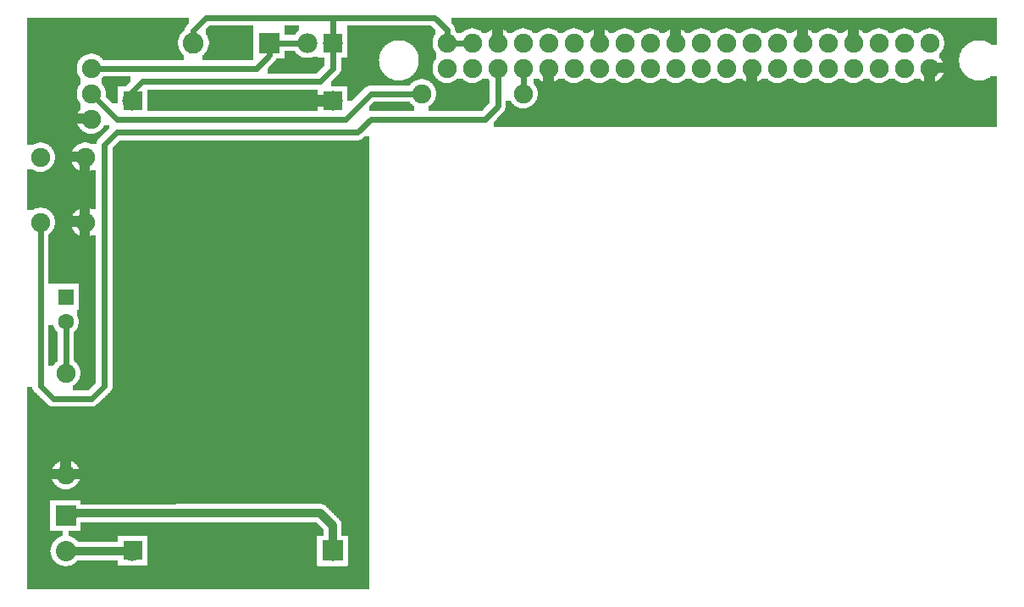
<source format=gbl>
G04 MADE WITH FRITZING*
G04 WWW.FRITZING.ORG*
G04 DOUBLE SIDED*
G04 HOLES PLATED*
G04 CONTOUR ON CENTER OF CONTOUR VECTOR*
%ASAXBY*%
%FSLAX23Y23*%
%MOIN*%
%OFA0B0*%
%SFA1.0B1.0*%
%ADD10C,0.075000*%
%ADD11C,0.074667*%
%ADD12C,0.074695*%
%ADD13C,0.062992*%
%ADD14C,0.082000*%
%ADD15C,0.078000*%
%ADD16C,0.080000*%
%ADD17R,0.062992X0.062992*%
%ADD18R,0.082000X0.082000*%
%ADD19R,0.078000X0.078000*%
%ADD20R,0.080000X0.080000*%
%ADD21C,0.024000*%
%ADD22C,0.032000*%
%LNCOPPER0*%
G90*
G70*
G54D10*
X819Y2195D03*
X1356Y2132D03*
X2113Y1976D03*
X119Y2218D03*
X448Y1735D03*
G54D11*
X1691Y2085D03*
X1791Y2085D03*
X1891Y2085D03*
X1991Y2085D03*
G54D12*
X2091Y2085D03*
G54D11*
X2191Y2085D03*
X2291Y2085D03*
X2391Y2085D03*
X2491Y2085D03*
G54D12*
X2591Y2085D03*
G54D11*
X2691Y2085D03*
G54D12*
X2791Y2085D03*
G54D11*
X2891Y2085D03*
X2991Y2085D03*
X3091Y2085D03*
X3191Y2085D03*
G54D12*
X3291Y2085D03*
G54D11*
X3391Y2085D03*
X3491Y2085D03*
X3591Y2085D03*
X3591Y2185D03*
X3491Y2185D03*
X3391Y2185D03*
G54D12*
X3291Y2185D03*
G54D11*
X3191Y2185D03*
X3091Y2185D03*
X2991Y2185D03*
X2891Y2185D03*
G54D12*
X2791Y2185D03*
G54D11*
X2691Y2185D03*
G54D12*
X2591Y2185D03*
G54D11*
X2491Y2185D03*
X2391Y2185D03*
X2291Y2185D03*
X2191Y2185D03*
G54D12*
X2091Y2185D03*
G54D11*
X1991Y2185D03*
X1891Y2185D03*
X1791Y2185D03*
X1691Y2185D03*
G54D10*
X291Y2085D03*
X291Y1985D03*
X291Y1885D03*
X1991Y1985D03*
X1591Y1985D03*
X91Y1479D03*
X91Y1735D03*
X268Y1479D03*
X268Y1735D03*
G54D13*
X191Y1185D03*
X191Y1086D03*
G54D10*
X191Y885D03*
X191Y485D03*
G54D14*
X991Y2185D03*
X693Y2185D03*
G54D15*
X1241Y2185D03*
X1141Y2185D03*
G54D16*
X191Y323D03*
X191Y185D03*
G54D15*
X453Y185D03*
X1241Y185D03*
X453Y1957D03*
X1241Y1957D03*
G54D17*
X191Y1185D03*
G54D18*
X992Y2185D03*
G54D19*
X1241Y2185D03*
G54D20*
X191Y323D03*
X1241Y186D03*
G54D19*
X454Y186D03*
X454Y1957D03*
X1241Y1957D03*
G54D21*
X1723Y2185D02*
X1759Y2185D01*
D02*
X191Y914D02*
X191Y1060D01*
G54D22*
D02*
X418Y185D02*
X227Y185D01*
D02*
X1241Y285D02*
X1241Y221D01*
D02*
X1191Y335D02*
X1241Y285D01*
D02*
X243Y333D02*
X1191Y335D01*
D02*
X227Y330D02*
X243Y333D01*
G54D21*
D02*
X1991Y2014D02*
X1991Y2053D01*
D02*
X1391Y1985D02*
X1562Y1985D01*
D02*
X1291Y1885D02*
X1391Y1985D01*
D02*
X391Y1885D02*
X1291Y1885D01*
D02*
X311Y1965D02*
X391Y1885D01*
D02*
X91Y833D02*
X91Y1450D01*
D02*
X343Y833D02*
X291Y785D01*
D02*
X343Y1785D02*
X343Y833D01*
D02*
X291Y785D02*
X143Y785D01*
D02*
X391Y1833D02*
X343Y1785D01*
D02*
X143Y785D02*
X91Y833D01*
D02*
X1339Y1833D02*
X391Y1833D01*
D02*
X1891Y1937D02*
X1843Y1885D01*
D02*
X1391Y1885D02*
X1339Y1833D01*
D02*
X1843Y1885D02*
X1391Y1885D01*
D02*
X1891Y2053D02*
X1891Y1937D01*
D02*
X443Y1985D02*
X443Y1985D01*
D02*
X1243Y2085D02*
X1191Y2033D01*
D02*
X491Y2033D02*
X443Y1985D01*
D02*
X1191Y2033D02*
X491Y2033D01*
D02*
X1241Y2155D02*
X1243Y2085D01*
D02*
X691Y2233D02*
X743Y2285D01*
D02*
X743Y2285D02*
X1243Y2285D01*
D02*
X691Y2217D02*
X691Y2233D01*
D02*
X1691Y2237D02*
X1691Y2217D01*
D02*
X1643Y2285D02*
X1691Y2237D01*
D02*
X1243Y2285D02*
X1643Y2285D01*
D02*
X1241Y2215D02*
X1243Y2285D01*
D02*
X1023Y2185D02*
X1111Y2185D01*
D02*
X991Y2137D02*
X991Y2153D01*
D02*
X943Y2085D02*
X991Y2137D01*
D02*
X319Y2085D02*
X943Y2085D01*
G36*
X754Y2253D02*
X754Y2251D01*
X752Y2251D01*
X752Y2249D01*
X750Y2249D01*
X750Y2247D01*
X748Y2247D01*
X748Y2245D01*
X746Y2245D01*
X746Y2243D01*
X744Y2243D01*
X744Y2241D01*
X742Y2241D01*
X742Y2219D01*
X744Y2219D01*
X744Y2217D01*
X746Y2217D01*
X746Y2213D01*
X748Y2213D01*
X748Y2209D01*
X750Y2209D01*
X750Y2203D01*
X752Y2203D01*
X752Y2193D01*
X754Y2193D01*
X754Y2177D01*
X752Y2177D01*
X752Y2167D01*
X750Y2167D01*
X750Y2161D01*
X748Y2161D01*
X748Y2157D01*
X746Y2157D01*
X746Y2153D01*
X744Y2153D01*
X744Y2151D01*
X742Y2151D01*
X742Y2149D01*
X740Y2149D01*
X740Y2145D01*
X738Y2145D01*
X738Y2143D01*
X736Y2143D01*
X736Y2141D01*
X734Y2141D01*
X734Y2139D01*
X732Y2139D01*
X732Y2137D01*
X728Y2137D01*
X728Y2117D01*
X930Y2117D01*
X930Y2253D01*
X754Y2253D01*
G37*
D02*
G36*
X1052Y2253D02*
X1052Y2217D01*
X1092Y2217D01*
X1092Y2219D01*
X1094Y2219D01*
X1094Y2221D01*
X1096Y2221D01*
X1096Y2225D01*
X1098Y2225D01*
X1098Y2227D01*
X1100Y2227D01*
X1100Y2229D01*
X1102Y2229D01*
X1102Y2231D01*
X1106Y2231D01*
X1106Y2233D01*
X1108Y2233D01*
X1108Y2253D01*
X1052Y2253D01*
G37*
D02*
G36*
X1300Y2253D02*
X1300Y2195D01*
X1518Y2195D01*
X1518Y2193D01*
X1526Y2193D01*
X1526Y2191D01*
X1532Y2191D01*
X1532Y2189D01*
X1536Y2189D01*
X1536Y2187D01*
X1540Y2187D01*
X1540Y2185D01*
X1542Y2185D01*
X1542Y2183D01*
X1546Y2183D01*
X1546Y2181D01*
X1548Y2181D01*
X1548Y2179D01*
X1552Y2179D01*
X1552Y2177D01*
X1554Y2177D01*
X1554Y2175D01*
X1556Y2175D01*
X1556Y2173D01*
X1558Y2173D01*
X1558Y2171D01*
X1560Y2171D01*
X1560Y2169D01*
X1562Y2169D01*
X1562Y2167D01*
X1564Y2167D01*
X1564Y2163D01*
X1566Y2163D01*
X1566Y2161D01*
X1568Y2161D01*
X1568Y2159D01*
X1570Y2159D01*
X1570Y2155D01*
X1572Y2155D01*
X1572Y2151D01*
X1574Y2151D01*
X1574Y2147D01*
X1576Y2147D01*
X1576Y2141D01*
X1578Y2141D01*
X1578Y2133D01*
X1580Y2133D01*
X1580Y2099D01*
X1578Y2099D01*
X1578Y2093D01*
X1576Y2093D01*
X1576Y2087D01*
X1574Y2087D01*
X1574Y2083D01*
X1572Y2083D01*
X1572Y2079D01*
X1570Y2079D01*
X1570Y2075D01*
X1568Y2075D01*
X1568Y2071D01*
X1566Y2071D01*
X1566Y2069D01*
X1564Y2069D01*
X1564Y2067D01*
X1562Y2067D01*
X1562Y2065D01*
X1560Y2065D01*
X1560Y2063D01*
X1558Y2063D01*
X1558Y2059D01*
X1554Y2059D01*
X1554Y2057D01*
X1552Y2057D01*
X1552Y2055D01*
X1550Y2055D01*
X1550Y2053D01*
X1548Y2053D01*
X1548Y2051D01*
X1544Y2051D01*
X1544Y2049D01*
X1540Y2049D01*
X1540Y2047D01*
X1538Y2047D01*
X1538Y2045D01*
X1534Y2045D01*
X1534Y2043D01*
X1598Y2043D01*
X1598Y2041D01*
X1608Y2041D01*
X1608Y2039D01*
X1614Y2039D01*
X1614Y2037D01*
X1618Y2037D01*
X1618Y2035D01*
X1620Y2035D01*
X1620Y2033D01*
X1624Y2033D01*
X1624Y2031D01*
X1626Y2031D01*
X1626Y2029D01*
X1628Y2029D01*
X1628Y2027D01*
X1688Y2027D01*
X1688Y2029D01*
X1676Y2029D01*
X1676Y2031D01*
X1670Y2031D01*
X1670Y2033D01*
X1664Y2033D01*
X1664Y2035D01*
X1662Y2035D01*
X1662Y2037D01*
X1658Y2037D01*
X1658Y2039D01*
X1656Y2039D01*
X1656Y2041D01*
X1654Y2041D01*
X1654Y2043D01*
X1650Y2043D01*
X1650Y2047D01*
X1648Y2047D01*
X1648Y2049D01*
X1646Y2049D01*
X1646Y2051D01*
X1644Y2051D01*
X1644Y2053D01*
X1642Y2053D01*
X1642Y2057D01*
X1640Y2057D01*
X1640Y2061D01*
X1638Y2061D01*
X1638Y2065D01*
X1636Y2065D01*
X1636Y2073D01*
X1634Y2073D01*
X1634Y2097D01*
X1636Y2097D01*
X1636Y2105D01*
X1638Y2105D01*
X1638Y2109D01*
X1640Y2109D01*
X1640Y2113D01*
X1642Y2113D01*
X1642Y2117D01*
X1644Y2117D01*
X1644Y2119D01*
X1646Y2119D01*
X1646Y2121D01*
X1648Y2121D01*
X1648Y2125D01*
X1650Y2125D01*
X1650Y2147D01*
X1648Y2147D01*
X1648Y2149D01*
X1646Y2149D01*
X1646Y2151D01*
X1644Y2151D01*
X1644Y2153D01*
X1642Y2153D01*
X1642Y2157D01*
X1640Y2157D01*
X1640Y2161D01*
X1638Y2161D01*
X1638Y2165D01*
X1636Y2165D01*
X1636Y2173D01*
X1634Y2173D01*
X1634Y2197D01*
X1636Y2197D01*
X1636Y2205D01*
X1638Y2205D01*
X1638Y2209D01*
X1640Y2209D01*
X1640Y2213D01*
X1642Y2213D01*
X1642Y2217D01*
X1644Y2217D01*
X1644Y2239D01*
X1642Y2239D01*
X1642Y2241D01*
X1640Y2241D01*
X1640Y2243D01*
X1638Y2243D01*
X1638Y2245D01*
X1636Y2245D01*
X1636Y2247D01*
X1634Y2247D01*
X1634Y2249D01*
X1632Y2249D01*
X1632Y2251D01*
X1630Y2251D01*
X1630Y2253D01*
X1300Y2253D01*
G37*
D02*
G36*
X1300Y2195D02*
X1300Y2127D01*
X1274Y2127D01*
X1274Y2075D01*
X1272Y2075D01*
X1272Y2071D01*
X1270Y2071D01*
X1270Y2067D01*
X1268Y2067D01*
X1268Y2065D01*
X1266Y2065D01*
X1266Y2063D01*
X1264Y2063D01*
X1264Y2061D01*
X1262Y2061D01*
X1262Y2059D01*
X1260Y2059D01*
X1260Y2057D01*
X1258Y2057D01*
X1258Y2055D01*
X1256Y2055D01*
X1256Y2053D01*
X1254Y2053D01*
X1254Y2051D01*
X1252Y2051D01*
X1252Y2049D01*
X1250Y2049D01*
X1250Y2047D01*
X1248Y2047D01*
X1248Y2045D01*
X1246Y2045D01*
X1246Y2043D01*
X1244Y2043D01*
X1244Y2041D01*
X1242Y2041D01*
X1242Y2039D01*
X1240Y2039D01*
X1240Y2037D01*
X1494Y2037D01*
X1494Y2039D01*
X1482Y2039D01*
X1482Y2041D01*
X1476Y2041D01*
X1476Y2043D01*
X1470Y2043D01*
X1470Y2045D01*
X1466Y2045D01*
X1466Y2047D01*
X1462Y2047D01*
X1462Y2049D01*
X1460Y2049D01*
X1460Y2051D01*
X1456Y2051D01*
X1456Y2053D01*
X1454Y2053D01*
X1454Y2055D01*
X1452Y2055D01*
X1452Y2057D01*
X1448Y2057D01*
X1448Y2059D01*
X1446Y2059D01*
X1446Y2061D01*
X1444Y2061D01*
X1444Y2063D01*
X1442Y2063D01*
X1442Y2067D01*
X1440Y2067D01*
X1440Y2069D01*
X1438Y2069D01*
X1438Y2071D01*
X1436Y2071D01*
X1436Y2075D01*
X1434Y2075D01*
X1434Y2077D01*
X1432Y2077D01*
X1432Y2081D01*
X1430Y2081D01*
X1430Y2085D01*
X1428Y2085D01*
X1428Y2091D01*
X1426Y2091D01*
X1426Y2099D01*
X1424Y2099D01*
X1424Y2113D01*
X1422Y2113D01*
X1422Y2121D01*
X1424Y2121D01*
X1424Y2135D01*
X1426Y2135D01*
X1426Y2141D01*
X1428Y2141D01*
X1428Y2147D01*
X1430Y2147D01*
X1430Y2151D01*
X1432Y2151D01*
X1432Y2155D01*
X1434Y2155D01*
X1434Y2159D01*
X1436Y2159D01*
X1436Y2161D01*
X1438Y2161D01*
X1438Y2165D01*
X1440Y2165D01*
X1440Y2167D01*
X1442Y2167D01*
X1442Y2169D01*
X1444Y2169D01*
X1444Y2171D01*
X1446Y2171D01*
X1446Y2173D01*
X1448Y2173D01*
X1448Y2175D01*
X1450Y2175D01*
X1450Y2177D01*
X1452Y2177D01*
X1452Y2179D01*
X1454Y2179D01*
X1454Y2181D01*
X1458Y2181D01*
X1458Y2183D01*
X1460Y2183D01*
X1460Y2185D01*
X1464Y2185D01*
X1464Y2187D01*
X1468Y2187D01*
X1468Y2189D01*
X1472Y2189D01*
X1472Y2191D01*
X1478Y2191D01*
X1478Y2193D01*
X1486Y2193D01*
X1486Y2195D01*
X1300Y2195D01*
G37*
D02*
G36*
X1730Y2045D02*
X1730Y2043D01*
X1728Y2043D01*
X1728Y2041D01*
X1726Y2041D01*
X1726Y2039D01*
X1724Y2039D01*
X1724Y2037D01*
X1720Y2037D01*
X1720Y2035D01*
X1716Y2035D01*
X1716Y2033D01*
X1712Y2033D01*
X1712Y2031D01*
X1706Y2031D01*
X1706Y2029D01*
X1694Y2029D01*
X1694Y2027D01*
X1788Y2027D01*
X1788Y2029D01*
X1776Y2029D01*
X1776Y2031D01*
X1770Y2031D01*
X1770Y2033D01*
X1764Y2033D01*
X1764Y2035D01*
X1762Y2035D01*
X1762Y2037D01*
X1758Y2037D01*
X1758Y2039D01*
X1756Y2039D01*
X1756Y2041D01*
X1754Y2041D01*
X1754Y2043D01*
X1750Y2043D01*
X1750Y2045D01*
X1730Y2045D01*
G37*
D02*
G36*
X1830Y2045D02*
X1830Y2043D01*
X1828Y2043D01*
X1828Y2041D01*
X1826Y2041D01*
X1826Y2039D01*
X1824Y2039D01*
X1824Y2037D01*
X1820Y2037D01*
X1820Y2035D01*
X1816Y2035D01*
X1816Y2033D01*
X1812Y2033D01*
X1812Y2031D01*
X1806Y2031D01*
X1806Y2029D01*
X1794Y2029D01*
X1794Y2027D01*
X1858Y2027D01*
X1858Y2039D01*
X1856Y2039D01*
X1856Y2041D01*
X1854Y2041D01*
X1854Y2043D01*
X1850Y2043D01*
X1850Y2045D01*
X1830Y2045D01*
G37*
D02*
G36*
X1528Y2043D02*
X1528Y2041D01*
X1520Y2041D01*
X1520Y2039D01*
X1510Y2039D01*
X1510Y2037D01*
X1568Y2037D01*
X1568Y2039D01*
X1574Y2039D01*
X1574Y2041D01*
X1584Y2041D01*
X1584Y2043D01*
X1528Y2043D01*
G37*
D02*
G36*
X1238Y2037D02*
X1238Y2035D01*
X1564Y2035D01*
X1564Y2037D01*
X1238Y2037D01*
G37*
D02*
G36*
X1238Y2037D02*
X1238Y2035D01*
X1564Y2035D01*
X1564Y2037D01*
X1238Y2037D01*
G37*
D02*
G36*
X1236Y2035D02*
X1236Y2015D01*
X1300Y2015D01*
X1300Y1959D01*
X1320Y1959D01*
X1320Y1961D01*
X1322Y1961D01*
X1322Y1963D01*
X1324Y1963D01*
X1324Y1965D01*
X1326Y1965D01*
X1326Y1967D01*
X1328Y1967D01*
X1328Y1969D01*
X1330Y1969D01*
X1330Y1971D01*
X1332Y1971D01*
X1332Y1973D01*
X1334Y1973D01*
X1334Y1975D01*
X1336Y1975D01*
X1336Y1977D01*
X1338Y1977D01*
X1338Y1979D01*
X1340Y1979D01*
X1340Y1981D01*
X1342Y1981D01*
X1342Y1983D01*
X1344Y1983D01*
X1344Y1985D01*
X1346Y1985D01*
X1346Y1987D01*
X1348Y1987D01*
X1348Y1989D01*
X1350Y1989D01*
X1350Y1991D01*
X1352Y1991D01*
X1352Y1993D01*
X1354Y1993D01*
X1354Y1995D01*
X1356Y1995D01*
X1356Y1997D01*
X1358Y1997D01*
X1358Y1999D01*
X1360Y1999D01*
X1360Y2001D01*
X1362Y2001D01*
X1362Y2003D01*
X1364Y2003D01*
X1364Y2005D01*
X1366Y2005D01*
X1366Y2007D01*
X1368Y2007D01*
X1368Y2009D01*
X1370Y2009D01*
X1370Y2011D01*
X1374Y2011D01*
X1374Y2013D01*
X1378Y2013D01*
X1378Y2015D01*
X1382Y2015D01*
X1382Y2017D01*
X1544Y2017D01*
X1544Y2019D01*
X1546Y2019D01*
X1546Y2021D01*
X1548Y2021D01*
X1548Y2025D01*
X1550Y2025D01*
X1550Y2027D01*
X1552Y2027D01*
X1552Y2029D01*
X1556Y2029D01*
X1556Y2031D01*
X1558Y2031D01*
X1558Y2033D01*
X1560Y2033D01*
X1560Y2035D01*
X1236Y2035D01*
G37*
D02*
G36*
X1632Y2027D02*
X1632Y2025D01*
X1858Y2025D01*
X1858Y2027D01*
X1632Y2027D01*
G37*
D02*
G36*
X1632Y2027D02*
X1632Y2025D01*
X1858Y2025D01*
X1858Y2027D01*
X1632Y2027D01*
G37*
D02*
G36*
X1632Y2027D02*
X1632Y2025D01*
X1858Y2025D01*
X1858Y2027D01*
X1632Y2027D01*
G37*
D02*
G36*
X1632Y2025D02*
X1632Y2023D01*
X1634Y2023D01*
X1634Y2021D01*
X1636Y2021D01*
X1636Y2019D01*
X1638Y2019D01*
X1638Y2017D01*
X1640Y2017D01*
X1640Y2013D01*
X1642Y2013D01*
X1642Y2009D01*
X1644Y2009D01*
X1644Y2003D01*
X1646Y2003D01*
X1646Y1997D01*
X1648Y1997D01*
X1648Y1973D01*
X1646Y1973D01*
X1646Y1967D01*
X1644Y1967D01*
X1644Y1961D01*
X1642Y1961D01*
X1642Y1957D01*
X1640Y1957D01*
X1640Y1955D01*
X1638Y1955D01*
X1638Y1951D01*
X1636Y1951D01*
X1636Y1949D01*
X1634Y1949D01*
X1634Y1947D01*
X1632Y1947D01*
X1632Y1945D01*
X1630Y1945D01*
X1630Y1943D01*
X1628Y1943D01*
X1628Y1941D01*
X1626Y1941D01*
X1626Y1939D01*
X1624Y1939D01*
X1624Y1937D01*
X1620Y1937D01*
X1620Y1917D01*
X1830Y1917D01*
X1830Y1919D01*
X1832Y1919D01*
X1832Y1921D01*
X1834Y1921D01*
X1834Y1923D01*
X1836Y1923D01*
X1836Y1927D01*
X1838Y1927D01*
X1838Y1929D01*
X1840Y1929D01*
X1840Y1931D01*
X1842Y1931D01*
X1842Y1933D01*
X1844Y1933D01*
X1844Y1935D01*
X1846Y1935D01*
X1846Y1937D01*
X1848Y1937D01*
X1848Y1939D01*
X1850Y1939D01*
X1850Y1941D01*
X1852Y1941D01*
X1852Y1943D01*
X1854Y1943D01*
X1854Y1945D01*
X1856Y1945D01*
X1856Y1947D01*
X1858Y1947D01*
X1858Y2025D01*
X1632Y2025D01*
G37*
D02*
G36*
X1052Y2153D02*
X1052Y2127D01*
X1126Y2127D01*
X1126Y2129D01*
X1120Y2129D01*
X1120Y2131D01*
X1116Y2131D01*
X1116Y2133D01*
X1112Y2133D01*
X1112Y2135D01*
X1108Y2135D01*
X1108Y2137D01*
X1106Y2137D01*
X1106Y2139D01*
X1104Y2139D01*
X1104Y2141D01*
X1100Y2141D01*
X1100Y2143D01*
X1098Y2143D01*
X1098Y2145D01*
X1096Y2145D01*
X1096Y2149D01*
X1094Y2149D01*
X1094Y2151D01*
X1092Y2151D01*
X1092Y2153D01*
X1052Y2153D01*
G37*
D02*
G36*
X1162Y2131D02*
X1162Y2129D01*
X1154Y2129D01*
X1154Y2127D01*
X1182Y2127D01*
X1182Y2131D01*
X1162Y2131D01*
G37*
D02*
G36*
X1052Y2127D02*
X1052Y2125D01*
X1210Y2125D01*
X1210Y2127D01*
X1052Y2127D01*
G37*
D02*
G36*
X1052Y2127D02*
X1052Y2125D01*
X1210Y2125D01*
X1210Y2127D01*
X1052Y2127D01*
G37*
D02*
G36*
X1020Y2125D02*
X1020Y2123D01*
X1018Y2123D01*
X1018Y2119D01*
X1016Y2119D01*
X1016Y2117D01*
X1014Y2117D01*
X1014Y2113D01*
X1012Y2113D01*
X1012Y2111D01*
X1010Y2111D01*
X1010Y2109D01*
X1008Y2109D01*
X1008Y2107D01*
X1006Y2107D01*
X1006Y2105D01*
X1004Y2105D01*
X1004Y2103D01*
X1002Y2103D01*
X1002Y2101D01*
X1000Y2101D01*
X1000Y2099D01*
X998Y2099D01*
X998Y2097D01*
X996Y2097D01*
X996Y2095D01*
X994Y2095D01*
X994Y2093D01*
X992Y2093D01*
X992Y2091D01*
X990Y2091D01*
X990Y2089D01*
X988Y2089D01*
X988Y2085D01*
X986Y2085D01*
X986Y2065D01*
X1178Y2065D01*
X1178Y2067D01*
X1180Y2067D01*
X1180Y2069D01*
X1182Y2069D01*
X1182Y2071D01*
X1184Y2071D01*
X1184Y2073D01*
X1186Y2073D01*
X1186Y2075D01*
X1188Y2075D01*
X1188Y2077D01*
X1190Y2077D01*
X1190Y2079D01*
X1192Y2079D01*
X1192Y2081D01*
X1194Y2081D01*
X1194Y2083D01*
X1196Y2083D01*
X1196Y2085D01*
X1198Y2085D01*
X1198Y2087D01*
X1200Y2087D01*
X1200Y2089D01*
X1202Y2089D01*
X1202Y2091D01*
X1204Y2091D01*
X1204Y2093D01*
X1206Y2093D01*
X1206Y2095D01*
X1208Y2095D01*
X1208Y2097D01*
X1210Y2097D01*
X1210Y2125D01*
X1020Y2125D01*
G37*
D02*
G36*
X338Y2053D02*
X338Y2051D01*
X336Y2051D01*
X336Y2049D01*
X334Y2049D01*
X334Y2047D01*
X332Y2047D01*
X332Y2023D01*
X334Y2023D01*
X334Y2021D01*
X336Y2021D01*
X336Y2019D01*
X338Y2019D01*
X338Y2017D01*
X340Y2017D01*
X340Y2013D01*
X342Y2013D01*
X342Y2009D01*
X344Y2009D01*
X344Y2003D01*
X346Y2003D01*
X346Y1997D01*
X348Y1997D01*
X348Y1973D01*
X350Y1973D01*
X350Y1971D01*
X352Y1971D01*
X352Y1969D01*
X354Y1969D01*
X354Y1967D01*
X356Y1967D01*
X356Y1965D01*
X358Y1965D01*
X358Y1963D01*
X360Y1963D01*
X360Y1961D01*
X362Y1961D01*
X362Y1959D01*
X364Y1959D01*
X364Y1957D01*
X366Y1957D01*
X366Y1955D01*
X368Y1955D01*
X368Y1953D01*
X370Y1953D01*
X370Y1951D01*
X372Y1951D01*
X372Y1949D01*
X374Y1949D01*
X374Y1947D01*
X394Y1947D01*
X394Y2015D01*
X428Y2015D01*
X428Y2017D01*
X430Y2017D01*
X430Y2019D01*
X432Y2019D01*
X432Y2021D01*
X434Y2021D01*
X434Y2023D01*
X436Y2023D01*
X436Y2025D01*
X438Y2025D01*
X438Y2027D01*
X440Y2027D01*
X440Y2029D01*
X442Y2029D01*
X442Y2031D01*
X444Y2031D01*
X444Y2033D01*
X446Y2033D01*
X446Y2053D01*
X338Y2053D01*
G37*
D02*
G36*
X512Y2001D02*
X512Y1917D01*
X1182Y1917D01*
X1182Y2001D01*
X512Y2001D01*
G37*
D02*
G36*
X1708Y2283D02*
X1708Y2263D01*
X1710Y2263D01*
X1710Y2261D01*
X1712Y2261D01*
X1712Y2259D01*
X1714Y2259D01*
X1714Y2257D01*
X1716Y2257D01*
X1716Y2255D01*
X1718Y2255D01*
X1718Y2251D01*
X1720Y2251D01*
X1720Y2247D01*
X1722Y2247D01*
X1722Y2243D01*
X3596Y2243D01*
X3596Y2241D01*
X3606Y2241D01*
X3606Y2239D01*
X3612Y2239D01*
X3612Y2237D01*
X3616Y2237D01*
X3616Y2235D01*
X3620Y2235D01*
X3620Y2233D01*
X3624Y2233D01*
X3624Y2231D01*
X3626Y2231D01*
X3626Y2229D01*
X3628Y2229D01*
X3628Y2227D01*
X3630Y2227D01*
X3630Y2225D01*
X3632Y2225D01*
X3632Y2223D01*
X3634Y2223D01*
X3634Y2221D01*
X3636Y2221D01*
X3636Y2219D01*
X3638Y2219D01*
X3638Y2215D01*
X3640Y2215D01*
X3640Y2213D01*
X3642Y2213D01*
X3642Y2209D01*
X3644Y2209D01*
X3644Y2203D01*
X3646Y2203D01*
X3646Y2195D01*
X3800Y2195D01*
X3800Y2193D01*
X3808Y2193D01*
X3808Y2191D01*
X3814Y2191D01*
X3814Y2189D01*
X3818Y2189D01*
X3818Y2187D01*
X3822Y2187D01*
X3822Y2185D01*
X3826Y2185D01*
X3826Y2183D01*
X3830Y2183D01*
X3830Y2181D01*
X3832Y2181D01*
X3832Y2179D01*
X3834Y2179D01*
X3834Y2177D01*
X3854Y2177D01*
X3854Y2283D01*
X1708Y2283D01*
G37*
D02*
G36*
X1722Y2243D02*
X1722Y2233D01*
X1724Y2233D01*
X1724Y2231D01*
X1726Y2231D01*
X1726Y2229D01*
X1728Y2229D01*
X1728Y2227D01*
X1730Y2227D01*
X1730Y2225D01*
X1750Y2225D01*
X1750Y2227D01*
X1754Y2227D01*
X1754Y2229D01*
X1756Y2229D01*
X1756Y2231D01*
X1758Y2231D01*
X1758Y2233D01*
X1762Y2233D01*
X1762Y2235D01*
X1764Y2235D01*
X1764Y2237D01*
X1768Y2237D01*
X1768Y2239D01*
X1774Y2239D01*
X1774Y2241D01*
X1784Y2241D01*
X1784Y2243D01*
X1722Y2243D01*
G37*
D02*
G36*
X1796Y2243D02*
X1796Y2241D01*
X1806Y2241D01*
X1806Y2239D01*
X1812Y2239D01*
X1812Y2237D01*
X1816Y2237D01*
X1816Y2235D01*
X1820Y2235D01*
X1820Y2233D01*
X1824Y2233D01*
X1824Y2231D01*
X1826Y2231D01*
X1826Y2229D01*
X1828Y2229D01*
X1828Y2227D01*
X1830Y2227D01*
X1830Y2225D01*
X1850Y2225D01*
X1850Y2227D01*
X1854Y2227D01*
X1854Y2229D01*
X1856Y2229D01*
X1856Y2231D01*
X1858Y2231D01*
X1858Y2233D01*
X1862Y2233D01*
X1862Y2235D01*
X1864Y2235D01*
X1864Y2237D01*
X1868Y2237D01*
X1868Y2239D01*
X1874Y2239D01*
X1874Y2241D01*
X1884Y2241D01*
X1884Y2243D01*
X1796Y2243D01*
G37*
D02*
G36*
X1896Y2243D02*
X1896Y2241D01*
X1906Y2241D01*
X1906Y2239D01*
X1912Y2239D01*
X1912Y2237D01*
X1916Y2237D01*
X1916Y2235D01*
X1920Y2235D01*
X1920Y2233D01*
X1924Y2233D01*
X1924Y2231D01*
X1926Y2231D01*
X1926Y2229D01*
X1928Y2229D01*
X1928Y2227D01*
X1930Y2227D01*
X1930Y2225D01*
X1950Y2225D01*
X1950Y2227D01*
X1954Y2227D01*
X1954Y2229D01*
X1956Y2229D01*
X1956Y2231D01*
X1958Y2231D01*
X1958Y2233D01*
X1962Y2233D01*
X1962Y2235D01*
X1964Y2235D01*
X1964Y2237D01*
X1968Y2237D01*
X1968Y2239D01*
X1974Y2239D01*
X1974Y2241D01*
X1984Y2241D01*
X1984Y2243D01*
X1896Y2243D01*
G37*
D02*
G36*
X1996Y2243D02*
X1996Y2241D01*
X2006Y2241D01*
X2006Y2239D01*
X2012Y2239D01*
X2012Y2237D01*
X2016Y2237D01*
X2016Y2235D01*
X2020Y2235D01*
X2020Y2233D01*
X2024Y2233D01*
X2024Y2231D01*
X2026Y2231D01*
X2026Y2229D01*
X2028Y2229D01*
X2028Y2227D01*
X2030Y2227D01*
X2030Y2225D01*
X2050Y2225D01*
X2050Y2227D01*
X2054Y2227D01*
X2054Y2229D01*
X2056Y2229D01*
X2056Y2231D01*
X2058Y2231D01*
X2058Y2233D01*
X2062Y2233D01*
X2062Y2235D01*
X2064Y2235D01*
X2064Y2237D01*
X2068Y2237D01*
X2068Y2239D01*
X2074Y2239D01*
X2074Y2241D01*
X2084Y2241D01*
X2084Y2243D01*
X1996Y2243D01*
G37*
D02*
G36*
X2096Y2243D02*
X2096Y2241D01*
X2106Y2241D01*
X2106Y2239D01*
X2112Y2239D01*
X2112Y2237D01*
X2116Y2237D01*
X2116Y2235D01*
X2120Y2235D01*
X2120Y2233D01*
X2124Y2233D01*
X2124Y2231D01*
X2126Y2231D01*
X2126Y2229D01*
X2128Y2229D01*
X2128Y2227D01*
X2130Y2227D01*
X2130Y2225D01*
X2150Y2225D01*
X2150Y2227D01*
X2154Y2227D01*
X2154Y2229D01*
X2156Y2229D01*
X2156Y2231D01*
X2158Y2231D01*
X2158Y2233D01*
X2162Y2233D01*
X2162Y2235D01*
X2164Y2235D01*
X2164Y2237D01*
X2168Y2237D01*
X2168Y2239D01*
X2174Y2239D01*
X2174Y2241D01*
X2184Y2241D01*
X2184Y2243D01*
X2096Y2243D01*
G37*
D02*
G36*
X2196Y2243D02*
X2196Y2241D01*
X2206Y2241D01*
X2206Y2239D01*
X2212Y2239D01*
X2212Y2237D01*
X2216Y2237D01*
X2216Y2235D01*
X2220Y2235D01*
X2220Y2233D01*
X2224Y2233D01*
X2224Y2231D01*
X2226Y2231D01*
X2226Y2229D01*
X2228Y2229D01*
X2228Y2227D01*
X2230Y2227D01*
X2230Y2225D01*
X2250Y2225D01*
X2250Y2227D01*
X2254Y2227D01*
X2254Y2229D01*
X2256Y2229D01*
X2256Y2231D01*
X2258Y2231D01*
X2258Y2233D01*
X2262Y2233D01*
X2262Y2235D01*
X2264Y2235D01*
X2264Y2237D01*
X2268Y2237D01*
X2268Y2239D01*
X2274Y2239D01*
X2274Y2241D01*
X2284Y2241D01*
X2284Y2243D01*
X2196Y2243D01*
G37*
D02*
G36*
X2296Y2243D02*
X2296Y2241D01*
X2306Y2241D01*
X2306Y2239D01*
X2312Y2239D01*
X2312Y2237D01*
X2316Y2237D01*
X2316Y2235D01*
X2320Y2235D01*
X2320Y2233D01*
X2324Y2233D01*
X2324Y2231D01*
X2326Y2231D01*
X2326Y2229D01*
X2328Y2229D01*
X2328Y2227D01*
X2330Y2227D01*
X2330Y2225D01*
X2350Y2225D01*
X2350Y2227D01*
X2354Y2227D01*
X2354Y2229D01*
X2356Y2229D01*
X2356Y2231D01*
X2358Y2231D01*
X2358Y2233D01*
X2362Y2233D01*
X2362Y2235D01*
X2364Y2235D01*
X2364Y2237D01*
X2368Y2237D01*
X2368Y2239D01*
X2374Y2239D01*
X2374Y2241D01*
X2384Y2241D01*
X2384Y2243D01*
X2296Y2243D01*
G37*
D02*
G36*
X2396Y2243D02*
X2396Y2241D01*
X2406Y2241D01*
X2406Y2239D01*
X2412Y2239D01*
X2412Y2237D01*
X2416Y2237D01*
X2416Y2235D01*
X2420Y2235D01*
X2420Y2233D01*
X2424Y2233D01*
X2424Y2231D01*
X2426Y2231D01*
X2426Y2229D01*
X2428Y2229D01*
X2428Y2227D01*
X2430Y2227D01*
X2430Y2225D01*
X2450Y2225D01*
X2450Y2227D01*
X2454Y2227D01*
X2454Y2229D01*
X2456Y2229D01*
X2456Y2231D01*
X2458Y2231D01*
X2458Y2233D01*
X2462Y2233D01*
X2462Y2235D01*
X2464Y2235D01*
X2464Y2237D01*
X2468Y2237D01*
X2468Y2239D01*
X2474Y2239D01*
X2474Y2241D01*
X2484Y2241D01*
X2484Y2243D01*
X2396Y2243D01*
G37*
D02*
G36*
X2496Y2243D02*
X2496Y2241D01*
X2506Y2241D01*
X2506Y2239D01*
X2512Y2239D01*
X2512Y2237D01*
X2516Y2237D01*
X2516Y2235D01*
X2520Y2235D01*
X2520Y2233D01*
X2524Y2233D01*
X2524Y2231D01*
X2526Y2231D01*
X2526Y2229D01*
X2528Y2229D01*
X2528Y2227D01*
X2530Y2227D01*
X2530Y2225D01*
X2550Y2225D01*
X2550Y2227D01*
X2554Y2227D01*
X2554Y2229D01*
X2556Y2229D01*
X2556Y2231D01*
X2558Y2231D01*
X2558Y2233D01*
X2562Y2233D01*
X2562Y2235D01*
X2564Y2235D01*
X2564Y2237D01*
X2568Y2237D01*
X2568Y2239D01*
X2574Y2239D01*
X2574Y2241D01*
X2584Y2241D01*
X2584Y2243D01*
X2496Y2243D01*
G37*
D02*
G36*
X2596Y2243D02*
X2596Y2241D01*
X2606Y2241D01*
X2606Y2239D01*
X2612Y2239D01*
X2612Y2237D01*
X2616Y2237D01*
X2616Y2235D01*
X2620Y2235D01*
X2620Y2233D01*
X2624Y2233D01*
X2624Y2231D01*
X2626Y2231D01*
X2626Y2229D01*
X2628Y2229D01*
X2628Y2227D01*
X2630Y2227D01*
X2630Y2225D01*
X2650Y2225D01*
X2650Y2227D01*
X2654Y2227D01*
X2654Y2229D01*
X2656Y2229D01*
X2656Y2231D01*
X2658Y2231D01*
X2658Y2233D01*
X2662Y2233D01*
X2662Y2235D01*
X2664Y2235D01*
X2664Y2237D01*
X2668Y2237D01*
X2668Y2239D01*
X2674Y2239D01*
X2674Y2241D01*
X2684Y2241D01*
X2684Y2243D01*
X2596Y2243D01*
G37*
D02*
G36*
X2696Y2243D02*
X2696Y2241D01*
X2706Y2241D01*
X2706Y2239D01*
X2712Y2239D01*
X2712Y2237D01*
X2716Y2237D01*
X2716Y2235D01*
X2720Y2235D01*
X2720Y2233D01*
X2724Y2233D01*
X2724Y2231D01*
X2726Y2231D01*
X2726Y2229D01*
X2728Y2229D01*
X2728Y2227D01*
X2730Y2227D01*
X2730Y2225D01*
X2750Y2225D01*
X2750Y2227D01*
X2754Y2227D01*
X2754Y2229D01*
X2756Y2229D01*
X2756Y2231D01*
X2758Y2231D01*
X2758Y2233D01*
X2762Y2233D01*
X2762Y2235D01*
X2764Y2235D01*
X2764Y2237D01*
X2768Y2237D01*
X2768Y2239D01*
X2774Y2239D01*
X2774Y2241D01*
X2784Y2241D01*
X2784Y2243D01*
X2696Y2243D01*
G37*
D02*
G36*
X2796Y2243D02*
X2796Y2241D01*
X2806Y2241D01*
X2806Y2239D01*
X2812Y2239D01*
X2812Y2237D01*
X2816Y2237D01*
X2816Y2235D01*
X2820Y2235D01*
X2820Y2233D01*
X2824Y2233D01*
X2824Y2231D01*
X2826Y2231D01*
X2826Y2229D01*
X2828Y2229D01*
X2828Y2227D01*
X2830Y2227D01*
X2830Y2225D01*
X2850Y2225D01*
X2850Y2227D01*
X2854Y2227D01*
X2854Y2229D01*
X2856Y2229D01*
X2856Y2231D01*
X2858Y2231D01*
X2858Y2233D01*
X2862Y2233D01*
X2862Y2235D01*
X2864Y2235D01*
X2864Y2237D01*
X2868Y2237D01*
X2868Y2239D01*
X2874Y2239D01*
X2874Y2241D01*
X2884Y2241D01*
X2884Y2243D01*
X2796Y2243D01*
G37*
D02*
G36*
X2896Y2243D02*
X2896Y2241D01*
X2906Y2241D01*
X2906Y2239D01*
X2912Y2239D01*
X2912Y2237D01*
X2916Y2237D01*
X2916Y2235D01*
X2920Y2235D01*
X2920Y2233D01*
X2924Y2233D01*
X2924Y2231D01*
X2926Y2231D01*
X2926Y2229D01*
X2928Y2229D01*
X2928Y2227D01*
X2930Y2227D01*
X2930Y2225D01*
X2950Y2225D01*
X2950Y2227D01*
X2954Y2227D01*
X2954Y2229D01*
X2956Y2229D01*
X2956Y2231D01*
X2958Y2231D01*
X2958Y2233D01*
X2962Y2233D01*
X2962Y2235D01*
X2964Y2235D01*
X2964Y2237D01*
X2968Y2237D01*
X2968Y2239D01*
X2974Y2239D01*
X2974Y2241D01*
X2984Y2241D01*
X2984Y2243D01*
X2896Y2243D01*
G37*
D02*
G36*
X2996Y2243D02*
X2996Y2241D01*
X3006Y2241D01*
X3006Y2239D01*
X3012Y2239D01*
X3012Y2237D01*
X3016Y2237D01*
X3016Y2235D01*
X3020Y2235D01*
X3020Y2233D01*
X3024Y2233D01*
X3024Y2231D01*
X3026Y2231D01*
X3026Y2229D01*
X3028Y2229D01*
X3028Y2227D01*
X3030Y2227D01*
X3030Y2225D01*
X3050Y2225D01*
X3050Y2227D01*
X3054Y2227D01*
X3054Y2229D01*
X3056Y2229D01*
X3056Y2231D01*
X3058Y2231D01*
X3058Y2233D01*
X3062Y2233D01*
X3062Y2235D01*
X3064Y2235D01*
X3064Y2237D01*
X3068Y2237D01*
X3068Y2239D01*
X3074Y2239D01*
X3074Y2241D01*
X3084Y2241D01*
X3084Y2243D01*
X2996Y2243D01*
G37*
D02*
G36*
X3096Y2243D02*
X3096Y2241D01*
X3106Y2241D01*
X3106Y2239D01*
X3112Y2239D01*
X3112Y2237D01*
X3116Y2237D01*
X3116Y2235D01*
X3120Y2235D01*
X3120Y2233D01*
X3124Y2233D01*
X3124Y2231D01*
X3126Y2231D01*
X3126Y2229D01*
X3128Y2229D01*
X3128Y2227D01*
X3130Y2227D01*
X3130Y2225D01*
X3150Y2225D01*
X3150Y2227D01*
X3154Y2227D01*
X3154Y2229D01*
X3156Y2229D01*
X3156Y2231D01*
X3158Y2231D01*
X3158Y2233D01*
X3162Y2233D01*
X3162Y2235D01*
X3164Y2235D01*
X3164Y2237D01*
X3168Y2237D01*
X3168Y2239D01*
X3174Y2239D01*
X3174Y2241D01*
X3184Y2241D01*
X3184Y2243D01*
X3096Y2243D01*
G37*
D02*
G36*
X3196Y2243D02*
X3196Y2241D01*
X3206Y2241D01*
X3206Y2239D01*
X3212Y2239D01*
X3212Y2237D01*
X3216Y2237D01*
X3216Y2235D01*
X3220Y2235D01*
X3220Y2233D01*
X3224Y2233D01*
X3224Y2231D01*
X3226Y2231D01*
X3226Y2229D01*
X3228Y2229D01*
X3228Y2227D01*
X3230Y2227D01*
X3230Y2225D01*
X3250Y2225D01*
X3250Y2227D01*
X3254Y2227D01*
X3254Y2229D01*
X3256Y2229D01*
X3256Y2231D01*
X3258Y2231D01*
X3258Y2233D01*
X3262Y2233D01*
X3262Y2235D01*
X3264Y2235D01*
X3264Y2237D01*
X3268Y2237D01*
X3268Y2239D01*
X3274Y2239D01*
X3274Y2241D01*
X3284Y2241D01*
X3284Y2243D01*
X3196Y2243D01*
G37*
D02*
G36*
X3296Y2243D02*
X3296Y2241D01*
X3306Y2241D01*
X3306Y2239D01*
X3312Y2239D01*
X3312Y2237D01*
X3316Y2237D01*
X3316Y2235D01*
X3320Y2235D01*
X3320Y2233D01*
X3324Y2233D01*
X3324Y2231D01*
X3326Y2231D01*
X3326Y2229D01*
X3328Y2229D01*
X3328Y2227D01*
X3330Y2227D01*
X3330Y2225D01*
X3350Y2225D01*
X3350Y2227D01*
X3354Y2227D01*
X3354Y2229D01*
X3356Y2229D01*
X3356Y2231D01*
X3358Y2231D01*
X3358Y2233D01*
X3362Y2233D01*
X3362Y2235D01*
X3364Y2235D01*
X3364Y2237D01*
X3368Y2237D01*
X3368Y2239D01*
X3374Y2239D01*
X3374Y2241D01*
X3384Y2241D01*
X3384Y2243D01*
X3296Y2243D01*
G37*
D02*
G36*
X3396Y2243D02*
X3396Y2241D01*
X3406Y2241D01*
X3406Y2239D01*
X3412Y2239D01*
X3412Y2237D01*
X3416Y2237D01*
X3416Y2235D01*
X3420Y2235D01*
X3420Y2233D01*
X3424Y2233D01*
X3424Y2231D01*
X3426Y2231D01*
X3426Y2229D01*
X3428Y2229D01*
X3428Y2227D01*
X3430Y2227D01*
X3430Y2225D01*
X3450Y2225D01*
X3450Y2227D01*
X3454Y2227D01*
X3454Y2229D01*
X3456Y2229D01*
X3456Y2231D01*
X3458Y2231D01*
X3458Y2233D01*
X3462Y2233D01*
X3462Y2235D01*
X3464Y2235D01*
X3464Y2237D01*
X3468Y2237D01*
X3468Y2239D01*
X3474Y2239D01*
X3474Y2241D01*
X3484Y2241D01*
X3484Y2243D01*
X3396Y2243D01*
G37*
D02*
G36*
X3496Y2243D02*
X3496Y2241D01*
X3506Y2241D01*
X3506Y2239D01*
X3512Y2239D01*
X3512Y2237D01*
X3516Y2237D01*
X3516Y2235D01*
X3520Y2235D01*
X3520Y2233D01*
X3524Y2233D01*
X3524Y2231D01*
X3526Y2231D01*
X3526Y2229D01*
X3528Y2229D01*
X3528Y2227D01*
X3530Y2227D01*
X3530Y2225D01*
X3550Y2225D01*
X3550Y2227D01*
X3554Y2227D01*
X3554Y2229D01*
X3556Y2229D01*
X3556Y2231D01*
X3558Y2231D01*
X3558Y2233D01*
X3562Y2233D01*
X3562Y2235D01*
X3564Y2235D01*
X3564Y2237D01*
X3568Y2237D01*
X3568Y2239D01*
X3574Y2239D01*
X3574Y2241D01*
X3584Y2241D01*
X3584Y2243D01*
X3496Y2243D01*
G37*
D02*
G36*
X3648Y2195D02*
X3648Y2175D01*
X3646Y2175D01*
X3646Y2167D01*
X3644Y2167D01*
X3644Y2161D01*
X3642Y2161D01*
X3642Y2157D01*
X3640Y2157D01*
X3640Y2155D01*
X3638Y2155D01*
X3638Y2151D01*
X3636Y2151D01*
X3636Y2149D01*
X3634Y2149D01*
X3634Y2147D01*
X3632Y2147D01*
X3632Y2145D01*
X3630Y2145D01*
X3630Y2125D01*
X3632Y2125D01*
X3632Y2123D01*
X3634Y2123D01*
X3634Y2121D01*
X3636Y2121D01*
X3636Y2119D01*
X3638Y2119D01*
X3638Y2115D01*
X3640Y2115D01*
X3640Y2113D01*
X3642Y2113D01*
X3642Y2109D01*
X3644Y2109D01*
X3644Y2103D01*
X3646Y2103D01*
X3646Y2095D01*
X3648Y2095D01*
X3648Y2075D01*
X3646Y2075D01*
X3646Y2067D01*
X3644Y2067D01*
X3644Y2061D01*
X3642Y2061D01*
X3642Y2057D01*
X3640Y2057D01*
X3640Y2055D01*
X3638Y2055D01*
X3638Y2051D01*
X3636Y2051D01*
X3636Y2049D01*
X3634Y2049D01*
X3634Y2047D01*
X3632Y2047D01*
X3632Y2045D01*
X3630Y2045D01*
X3630Y2043D01*
X3628Y2043D01*
X3628Y2041D01*
X3626Y2041D01*
X3626Y2039D01*
X3624Y2039D01*
X3624Y2037D01*
X3778Y2037D01*
X3778Y2039D01*
X3766Y2039D01*
X3766Y2041D01*
X3760Y2041D01*
X3760Y2043D01*
X3754Y2043D01*
X3754Y2045D01*
X3750Y2045D01*
X3750Y2047D01*
X3746Y2047D01*
X3746Y2049D01*
X3742Y2049D01*
X3742Y2051D01*
X3740Y2051D01*
X3740Y2053D01*
X3738Y2053D01*
X3738Y2055D01*
X3734Y2055D01*
X3734Y2057D01*
X3732Y2057D01*
X3732Y2059D01*
X3730Y2059D01*
X3730Y2061D01*
X3728Y2061D01*
X3728Y2063D01*
X3726Y2063D01*
X3726Y2065D01*
X3724Y2065D01*
X3724Y2069D01*
X3722Y2069D01*
X3722Y2071D01*
X3720Y2071D01*
X3720Y2073D01*
X3718Y2073D01*
X3718Y2077D01*
X3716Y2077D01*
X3716Y2081D01*
X3714Y2081D01*
X3714Y2085D01*
X3712Y2085D01*
X3712Y2089D01*
X3710Y2089D01*
X3710Y2097D01*
X3708Y2097D01*
X3708Y2107D01*
X3706Y2107D01*
X3706Y2127D01*
X3708Y2127D01*
X3708Y2137D01*
X3710Y2137D01*
X3710Y2143D01*
X3712Y2143D01*
X3712Y2149D01*
X3714Y2149D01*
X3714Y2153D01*
X3716Y2153D01*
X3716Y2157D01*
X3718Y2157D01*
X3718Y2159D01*
X3720Y2159D01*
X3720Y2163D01*
X3722Y2163D01*
X3722Y2165D01*
X3724Y2165D01*
X3724Y2167D01*
X3726Y2167D01*
X3726Y2169D01*
X3728Y2169D01*
X3728Y2173D01*
X3730Y2173D01*
X3730Y2175D01*
X3734Y2175D01*
X3734Y2177D01*
X3736Y2177D01*
X3736Y2179D01*
X3738Y2179D01*
X3738Y2181D01*
X3742Y2181D01*
X3742Y2183D01*
X3744Y2183D01*
X3744Y2185D01*
X3748Y2185D01*
X3748Y2187D01*
X3752Y2187D01*
X3752Y2189D01*
X3756Y2189D01*
X3756Y2191D01*
X3762Y2191D01*
X3762Y2193D01*
X3770Y2193D01*
X3770Y2195D01*
X3648Y2195D01*
G37*
D02*
G36*
X3834Y2055D02*
X3834Y2053D01*
X3830Y2053D01*
X3830Y2051D01*
X3828Y2051D01*
X3828Y2049D01*
X3824Y2049D01*
X3824Y2047D01*
X3820Y2047D01*
X3820Y2045D01*
X3816Y2045D01*
X3816Y2043D01*
X3812Y2043D01*
X3812Y2041D01*
X3804Y2041D01*
X3804Y2039D01*
X3794Y2039D01*
X3794Y2037D01*
X3854Y2037D01*
X3854Y2055D01*
X3834Y2055D01*
G37*
D02*
G36*
X2130Y2045D02*
X2130Y2043D01*
X2128Y2043D01*
X2128Y2041D01*
X2126Y2041D01*
X2126Y2039D01*
X2124Y2039D01*
X2124Y2037D01*
X2120Y2037D01*
X2120Y2035D01*
X2116Y2035D01*
X2116Y2033D01*
X2112Y2033D01*
X2112Y2031D01*
X2106Y2031D01*
X2106Y2029D01*
X2094Y2029D01*
X2094Y2027D01*
X2188Y2027D01*
X2188Y2029D01*
X2176Y2029D01*
X2176Y2031D01*
X2170Y2031D01*
X2170Y2033D01*
X2164Y2033D01*
X2164Y2035D01*
X2162Y2035D01*
X2162Y2037D01*
X2158Y2037D01*
X2158Y2039D01*
X2156Y2039D01*
X2156Y2041D01*
X2154Y2041D01*
X2154Y2043D01*
X2150Y2043D01*
X2150Y2045D01*
X2130Y2045D01*
G37*
D02*
G36*
X2230Y2045D02*
X2230Y2043D01*
X2228Y2043D01*
X2228Y2041D01*
X2226Y2041D01*
X2226Y2039D01*
X2224Y2039D01*
X2224Y2037D01*
X2220Y2037D01*
X2220Y2035D01*
X2216Y2035D01*
X2216Y2033D01*
X2212Y2033D01*
X2212Y2031D01*
X2206Y2031D01*
X2206Y2029D01*
X2194Y2029D01*
X2194Y2027D01*
X2288Y2027D01*
X2288Y2029D01*
X2276Y2029D01*
X2276Y2031D01*
X2270Y2031D01*
X2270Y2033D01*
X2264Y2033D01*
X2264Y2035D01*
X2262Y2035D01*
X2262Y2037D01*
X2258Y2037D01*
X2258Y2039D01*
X2256Y2039D01*
X2256Y2041D01*
X2254Y2041D01*
X2254Y2043D01*
X2250Y2043D01*
X2250Y2045D01*
X2230Y2045D01*
G37*
D02*
G36*
X2330Y2045D02*
X2330Y2043D01*
X2328Y2043D01*
X2328Y2041D01*
X2326Y2041D01*
X2326Y2039D01*
X2324Y2039D01*
X2324Y2037D01*
X2320Y2037D01*
X2320Y2035D01*
X2316Y2035D01*
X2316Y2033D01*
X2312Y2033D01*
X2312Y2031D01*
X2306Y2031D01*
X2306Y2029D01*
X2294Y2029D01*
X2294Y2027D01*
X2388Y2027D01*
X2388Y2029D01*
X2376Y2029D01*
X2376Y2031D01*
X2370Y2031D01*
X2370Y2033D01*
X2364Y2033D01*
X2364Y2035D01*
X2362Y2035D01*
X2362Y2037D01*
X2358Y2037D01*
X2358Y2039D01*
X2356Y2039D01*
X2356Y2041D01*
X2354Y2041D01*
X2354Y2043D01*
X2350Y2043D01*
X2350Y2045D01*
X2330Y2045D01*
G37*
D02*
G36*
X2430Y2045D02*
X2430Y2043D01*
X2428Y2043D01*
X2428Y2041D01*
X2426Y2041D01*
X2426Y2039D01*
X2424Y2039D01*
X2424Y2037D01*
X2420Y2037D01*
X2420Y2035D01*
X2416Y2035D01*
X2416Y2033D01*
X2412Y2033D01*
X2412Y2031D01*
X2406Y2031D01*
X2406Y2029D01*
X2394Y2029D01*
X2394Y2027D01*
X2488Y2027D01*
X2488Y2029D01*
X2476Y2029D01*
X2476Y2031D01*
X2470Y2031D01*
X2470Y2033D01*
X2464Y2033D01*
X2464Y2035D01*
X2462Y2035D01*
X2462Y2037D01*
X2458Y2037D01*
X2458Y2039D01*
X2456Y2039D01*
X2456Y2041D01*
X2454Y2041D01*
X2454Y2043D01*
X2450Y2043D01*
X2450Y2045D01*
X2430Y2045D01*
G37*
D02*
G36*
X2530Y2045D02*
X2530Y2043D01*
X2528Y2043D01*
X2528Y2041D01*
X2526Y2041D01*
X2526Y2039D01*
X2524Y2039D01*
X2524Y2037D01*
X2520Y2037D01*
X2520Y2035D01*
X2516Y2035D01*
X2516Y2033D01*
X2512Y2033D01*
X2512Y2031D01*
X2506Y2031D01*
X2506Y2029D01*
X2494Y2029D01*
X2494Y2027D01*
X2586Y2027D01*
X2586Y2029D01*
X2576Y2029D01*
X2576Y2031D01*
X2570Y2031D01*
X2570Y2033D01*
X2564Y2033D01*
X2564Y2035D01*
X2562Y2035D01*
X2562Y2037D01*
X2558Y2037D01*
X2558Y2039D01*
X2556Y2039D01*
X2556Y2041D01*
X2554Y2041D01*
X2554Y2043D01*
X2550Y2043D01*
X2550Y2045D01*
X2530Y2045D01*
G37*
D02*
G36*
X2630Y2045D02*
X2630Y2043D01*
X2628Y2043D01*
X2628Y2041D01*
X2626Y2041D01*
X2626Y2039D01*
X2624Y2039D01*
X2624Y2037D01*
X2620Y2037D01*
X2620Y2035D01*
X2616Y2035D01*
X2616Y2033D01*
X2612Y2033D01*
X2612Y2031D01*
X2606Y2031D01*
X2606Y2029D01*
X2594Y2029D01*
X2594Y2027D01*
X2688Y2027D01*
X2688Y2029D01*
X2676Y2029D01*
X2676Y2031D01*
X2670Y2031D01*
X2670Y2033D01*
X2664Y2033D01*
X2664Y2035D01*
X2662Y2035D01*
X2662Y2037D01*
X2658Y2037D01*
X2658Y2039D01*
X2656Y2039D01*
X2656Y2041D01*
X2654Y2041D01*
X2654Y2043D01*
X2650Y2043D01*
X2650Y2045D01*
X2630Y2045D01*
G37*
D02*
G36*
X2730Y2045D02*
X2730Y2043D01*
X2728Y2043D01*
X2728Y2041D01*
X2726Y2041D01*
X2726Y2039D01*
X2724Y2039D01*
X2724Y2037D01*
X2720Y2037D01*
X2720Y2035D01*
X2716Y2035D01*
X2716Y2033D01*
X2712Y2033D01*
X2712Y2031D01*
X2706Y2031D01*
X2706Y2029D01*
X2694Y2029D01*
X2694Y2027D01*
X2786Y2027D01*
X2786Y2029D01*
X2776Y2029D01*
X2776Y2031D01*
X2770Y2031D01*
X2770Y2033D01*
X2764Y2033D01*
X2764Y2035D01*
X2762Y2035D01*
X2762Y2037D01*
X2758Y2037D01*
X2758Y2039D01*
X2756Y2039D01*
X2756Y2041D01*
X2754Y2041D01*
X2754Y2043D01*
X2750Y2043D01*
X2750Y2045D01*
X2730Y2045D01*
G37*
D02*
G36*
X2830Y2045D02*
X2830Y2043D01*
X2828Y2043D01*
X2828Y2041D01*
X2826Y2041D01*
X2826Y2039D01*
X2824Y2039D01*
X2824Y2037D01*
X2820Y2037D01*
X2820Y2035D01*
X2816Y2035D01*
X2816Y2033D01*
X2812Y2033D01*
X2812Y2031D01*
X2806Y2031D01*
X2806Y2029D01*
X2794Y2029D01*
X2794Y2027D01*
X2888Y2027D01*
X2888Y2029D01*
X2876Y2029D01*
X2876Y2031D01*
X2870Y2031D01*
X2870Y2033D01*
X2864Y2033D01*
X2864Y2035D01*
X2862Y2035D01*
X2862Y2037D01*
X2858Y2037D01*
X2858Y2039D01*
X2856Y2039D01*
X2856Y2041D01*
X2854Y2041D01*
X2854Y2043D01*
X2850Y2043D01*
X2850Y2045D01*
X2830Y2045D01*
G37*
D02*
G36*
X2930Y2045D02*
X2930Y2043D01*
X2928Y2043D01*
X2928Y2041D01*
X2926Y2041D01*
X2926Y2039D01*
X2924Y2039D01*
X2924Y2037D01*
X2920Y2037D01*
X2920Y2035D01*
X2916Y2035D01*
X2916Y2033D01*
X2912Y2033D01*
X2912Y2031D01*
X2906Y2031D01*
X2906Y2029D01*
X2894Y2029D01*
X2894Y2027D01*
X2988Y2027D01*
X2988Y2029D01*
X2976Y2029D01*
X2976Y2031D01*
X2970Y2031D01*
X2970Y2033D01*
X2964Y2033D01*
X2964Y2035D01*
X2962Y2035D01*
X2962Y2037D01*
X2958Y2037D01*
X2958Y2039D01*
X2956Y2039D01*
X2956Y2041D01*
X2954Y2041D01*
X2954Y2043D01*
X2950Y2043D01*
X2950Y2045D01*
X2930Y2045D01*
G37*
D02*
G36*
X3030Y2045D02*
X3030Y2043D01*
X3028Y2043D01*
X3028Y2041D01*
X3026Y2041D01*
X3026Y2039D01*
X3024Y2039D01*
X3024Y2037D01*
X3020Y2037D01*
X3020Y2035D01*
X3016Y2035D01*
X3016Y2033D01*
X3012Y2033D01*
X3012Y2031D01*
X3006Y2031D01*
X3006Y2029D01*
X2994Y2029D01*
X2994Y2027D01*
X3088Y2027D01*
X3088Y2029D01*
X3076Y2029D01*
X3076Y2031D01*
X3070Y2031D01*
X3070Y2033D01*
X3066Y2033D01*
X3066Y2035D01*
X3062Y2035D01*
X3062Y2037D01*
X3058Y2037D01*
X3058Y2039D01*
X3056Y2039D01*
X3056Y2041D01*
X3054Y2041D01*
X3054Y2043D01*
X3050Y2043D01*
X3050Y2045D01*
X3030Y2045D01*
G37*
D02*
G36*
X3130Y2045D02*
X3130Y2043D01*
X3128Y2043D01*
X3128Y2041D01*
X3126Y2041D01*
X3126Y2039D01*
X3124Y2039D01*
X3124Y2037D01*
X3120Y2037D01*
X3120Y2035D01*
X3116Y2035D01*
X3116Y2033D01*
X3112Y2033D01*
X3112Y2031D01*
X3106Y2031D01*
X3106Y2029D01*
X3094Y2029D01*
X3094Y2027D01*
X3188Y2027D01*
X3188Y2029D01*
X3176Y2029D01*
X3176Y2031D01*
X3170Y2031D01*
X3170Y2033D01*
X3164Y2033D01*
X3164Y2035D01*
X3162Y2035D01*
X3162Y2037D01*
X3158Y2037D01*
X3158Y2039D01*
X3156Y2039D01*
X3156Y2041D01*
X3154Y2041D01*
X3154Y2043D01*
X3150Y2043D01*
X3150Y2045D01*
X3130Y2045D01*
G37*
D02*
G36*
X3230Y2045D02*
X3230Y2043D01*
X3228Y2043D01*
X3228Y2041D01*
X3226Y2041D01*
X3226Y2039D01*
X3224Y2039D01*
X3224Y2037D01*
X3220Y2037D01*
X3220Y2035D01*
X3216Y2035D01*
X3216Y2033D01*
X3212Y2033D01*
X3212Y2031D01*
X3206Y2031D01*
X3206Y2029D01*
X3194Y2029D01*
X3194Y2027D01*
X3286Y2027D01*
X3286Y2029D01*
X3276Y2029D01*
X3276Y2031D01*
X3270Y2031D01*
X3270Y2033D01*
X3264Y2033D01*
X3264Y2035D01*
X3262Y2035D01*
X3262Y2037D01*
X3258Y2037D01*
X3258Y2039D01*
X3256Y2039D01*
X3256Y2041D01*
X3254Y2041D01*
X3254Y2043D01*
X3250Y2043D01*
X3250Y2045D01*
X3230Y2045D01*
G37*
D02*
G36*
X3330Y2045D02*
X3330Y2043D01*
X3328Y2043D01*
X3328Y2041D01*
X3326Y2041D01*
X3326Y2039D01*
X3324Y2039D01*
X3324Y2037D01*
X3320Y2037D01*
X3320Y2035D01*
X3316Y2035D01*
X3316Y2033D01*
X3312Y2033D01*
X3312Y2031D01*
X3306Y2031D01*
X3306Y2029D01*
X3294Y2029D01*
X3294Y2027D01*
X3388Y2027D01*
X3388Y2029D01*
X3376Y2029D01*
X3376Y2031D01*
X3370Y2031D01*
X3370Y2033D01*
X3364Y2033D01*
X3364Y2035D01*
X3362Y2035D01*
X3362Y2037D01*
X3358Y2037D01*
X3358Y2039D01*
X3356Y2039D01*
X3356Y2041D01*
X3354Y2041D01*
X3354Y2043D01*
X3350Y2043D01*
X3350Y2045D01*
X3330Y2045D01*
G37*
D02*
G36*
X3430Y2045D02*
X3430Y2043D01*
X3428Y2043D01*
X3428Y2041D01*
X3426Y2041D01*
X3426Y2039D01*
X3424Y2039D01*
X3424Y2037D01*
X3420Y2037D01*
X3420Y2035D01*
X3416Y2035D01*
X3416Y2033D01*
X3412Y2033D01*
X3412Y2031D01*
X3406Y2031D01*
X3406Y2029D01*
X3394Y2029D01*
X3394Y2027D01*
X3488Y2027D01*
X3488Y2029D01*
X3476Y2029D01*
X3476Y2031D01*
X3470Y2031D01*
X3470Y2033D01*
X3464Y2033D01*
X3464Y2035D01*
X3462Y2035D01*
X3462Y2037D01*
X3458Y2037D01*
X3458Y2039D01*
X3456Y2039D01*
X3456Y2041D01*
X3454Y2041D01*
X3454Y2043D01*
X3450Y2043D01*
X3450Y2045D01*
X3430Y2045D01*
G37*
D02*
G36*
X3530Y2045D02*
X3530Y2043D01*
X3528Y2043D01*
X3528Y2041D01*
X3526Y2041D01*
X3526Y2039D01*
X3524Y2039D01*
X3524Y2037D01*
X3520Y2037D01*
X3520Y2035D01*
X3516Y2035D01*
X3516Y2033D01*
X3512Y2033D01*
X3512Y2031D01*
X3506Y2031D01*
X3506Y2029D01*
X3494Y2029D01*
X3494Y2027D01*
X3588Y2027D01*
X3588Y2029D01*
X3576Y2029D01*
X3576Y2031D01*
X3570Y2031D01*
X3570Y2033D01*
X3566Y2033D01*
X3566Y2035D01*
X3562Y2035D01*
X3562Y2037D01*
X3558Y2037D01*
X3558Y2039D01*
X3556Y2039D01*
X3556Y2041D01*
X3554Y2041D01*
X3554Y2043D01*
X3550Y2043D01*
X3550Y2045D01*
X3530Y2045D01*
G37*
D02*
G36*
X2032Y2043D02*
X2032Y2027D01*
X2086Y2027D01*
X2086Y2029D01*
X2076Y2029D01*
X2076Y2031D01*
X2070Y2031D01*
X2070Y2033D01*
X2064Y2033D01*
X2064Y2035D01*
X2062Y2035D01*
X2062Y2037D01*
X2058Y2037D01*
X2058Y2039D01*
X2056Y2039D01*
X2056Y2041D01*
X2054Y2041D01*
X2054Y2043D01*
X2032Y2043D01*
G37*
D02*
G36*
X3620Y2037D02*
X3620Y2035D01*
X3854Y2035D01*
X3854Y2037D01*
X3620Y2037D01*
G37*
D02*
G36*
X3620Y2037D02*
X3620Y2035D01*
X3854Y2035D01*
X3854Y2037D01*
X3620Y2037D01*
G37*
D02*
G36*
X3616Y2035D02*
X3616Y2033D01*
X3612Y2033D01*
X3612Y2031D01*
X3606Y2031D01*
X3606Y2029D01*
X3594Y2029D01*
X3594Y2027D01*
X3854Y2027D01*
X3854Y2035D01*
X3616Y2035D01*
G37*
D02*
G36*
X2032Y2027D02*
X2032Y2025D01*
X3854Y2025D01*
X3854Y2027D01*
X2032Y2027D01*
G37*
D02*
G36*
X2032Y2027D02*
X2032Y2025D01*
X3854Y2025D01*
X3854Y2027D01*
X2032Y2027D01*
G37*
D02*
G36*
X2032Y2027D02*
X2032Y2025D01*
X3854Y2025D01*
X3854Y2027D01*
X2032Y2027D01*
G37*
D02*
G36*
X2032Y2027D02*
X2032Y2025D01*
X3854Y2025D01*
X3854Y2027D01*
X2032Y2027D01*
G37*
D02*
G36*
X2032Y2027D02*
X2032Y2025D01*
X3854Y2025D01*
X3854Y2027D01*
X2032Y2027D01*
G37*
D02*
G36*
X2032Y2027D02*
X2032Y2025D01*
X3854Y2025D01*
X3854Y2027D01*
X2032Y2027D01*
G37*
D02*
G36*
X2032Y2027D02*
X2032Y2025D01*
X3854Y2025D01*
X3854Y2027D01*
X2032Y2027D01*
G37*
D02*
G36*
X2032Y2027D02*
X2032Y2025D01*
X3854Y2025D01*
X3854Y2027D01*
X2032Y2027D01*
G37*
D02*
G36*
X2032Y2027D02*
X2032Y2025D01*
X3854Y2025D01*
X3854Y2027D01*
X2032Y2027D01*
G37*
D02*
G36*
X2032Y2027D02*
X2032Y2025D01*
X3854Y2025D01*
X3854Y2027D01*
X2032Y2027D01*
G37*
D02*
G36*
X2032Y2027D02*
X2032Y2025D01*
X3854Y2025D01*
X3854Y2027D01*
X2032Y2027D01*
G37*
D02*
G36*
X2032Y2027D02*
X2032Y2025D01*
X3854Y2025D01*
X3854Y2027D01*
X2032Y2027D01*
G37*
D02*
G36*
X2032Y2027D02*
X2032Y2025D01*
X3854Y2025D01*
X3854Y2027D01*
X2032Y2027D01*
G37*
D02*
G36*
X2032Y2027D02*
X2032Y2025D01*
X3854Y2025D01*
X3854Y2027D01*
X2032Y2027D01*
G37*
D02*
G36*
X2032Y2027D02*
X2032Y2025D01*
X3854Y2025D01*
X3854Y2027D01*
X2032Y2027D01*
G37*
D02*
G36*
X2032Y2027D02*
X2032Y2025D01*
X3854Y2025D01*
X3854Y2027D01*
X2032Y2027D01*
G37*
D02*
G36*
X2032Y2027D02*
X2032Y2025D01*
X3854Y2025D01*
X3854Y2027D01*
X2032Y2027D01*
G37*
D02*
G36*
X2032Y2025D02*
X2032Y2023D01*
X2034Y2023D01*
X2034Y2021D01*
X2036Y2021D01*
X2036Y2019D01*
X2038Y2019D01*
X2038Y2017D01*
X2040Y2017D01*
X2040Y2013D01*
X2042Y2013D01*
X2042Y2009D01*
X2044Y2009D01*
X2044Y2003D01*
X2046Y2003D01*
X2046Y1997D01*
X2048Y1997D01*
X2048Y1973D01*
X2046Y1973D01*
X2046Y1967D01*
X2044Y1967D01*
X2044Y1961D01*
X2042Y1961D01*
X2042Y1957D01*
X2040Y1957D01*
X2040Y1955D01*
X2038Y1955D01*
X2038Y1951D01*
X2036Y1951D01*
X2036Y1949D01*
X2034Y1949D01*
X2034Y1947D01*
X2032Y1947D01*
X2032Y1945D01*
X2030Y1945D01*
X2030Y1943D01*
X2028Y1943D01*
X2028Y1941D01*
X2026Y1941D01*
X2026Y1939D01*
X2024Y1939D01*
X2024Y1937D01*
X2020Y1937D01*
X2020Y1935D01*
X2016Y1935D01*
X2016Y1933D01*
X2012Y1933D01*
X2012Y1931D01*
X2006Y1931D01*
X2006Y1929D01*
X1996Y1929D01*
X1996Y1927D01*
X3854Y1927D01*
X3854Y2025D01*
X2032Y2025D01*
G37*
D02*
G36*
X1922Y1957D02*
X1922Y1927D01*
X1984Y1927D01*
X1984Y1929D01*
X1974Y1929D01*
X1974Y1931D01*
X1968Y1931D01*
X1968Y1933D01*
X1964Y1933D01*
X1964Y1935D01*
X1962Y1935D01*
X1962Y1937D01*
X1958Y1937D01*
X1958Y1939D01*
X1956Y1939D01*
X1956Y1941D01*
X1954Y1941D01*
X1954Y1943D01*
X1950Y1943D01*
X1950Y1945D01*
X1948Y1945D01*
X1948Y1949D01*
X1946Y1949D01*
X1946Y1951D01*
X1944Y1951D01*
X1944Y1953D01*
X1942Y1953D01*
X1942Y1957D01*
X1922Y1957D01*
G37*
D02*
G36*
X1920Y1927D02*
X1920Y1925D01*
X3854Y1925D01*
X3854Y1927D01*
X1920Y1927D01*
G37*
D02*
G36*
X1920Y1927D02*
X1920Y1925D01*
X3854Y1925D01*
X3854Y1927D01*
X1920Y1927D01*
G37*
D02*
G36*
X1920Y1925D02*
X1920Y1923D01*
X1918Y1923D01*
X1918Y1919D01*
X1916Y1919D01*
X1916Y1917D01*
X1914Y1917D01*
X1914Y1913D01*
X1912Y1913D01*
X1912Y1911D01*
X1910Y1911D01*
X1910Y1909D01*
X1908Y1909D01*
X1908Y1907D01*
X1906Y1907D01*
X1906Y1905D01*
X1904Y1905D01*
X1904Y1903D01*
X1902Y1903D01*
X1902Y1901D01*
X1900Y1901D01*
X1900Y1899D01*
X1898Y1899D01*
X1898Y1897D01*
X1896Y1897D01*
X1896Y1895D01*
X1894Y1895D01*
X1894Y1893D01*
X1892Y1893D01*
X1892Y1891D01*
X1890Y1891D01*
X1890Y1889D01*
X1888Y1889D01*
X1888Y1885D01*
X1886Y1885D01*
X1886Y1883D01*
X1884Y1883D01*
X1884Y1881D01*
X1882Y1881D01*
X1882Y1879D01*
X1880Y1879D01*
X1880Y1877D01*
X1878Y1877D01*
X1878Y1875D01*
X1876Y1875D01*
X1876Y1855D01*
X3854Y1855D01*
X3854Y1925D01*
X1920Y1925D01*
G37*
D02*
G36*
X1402Y1953D02*
X1402Y1951D01*
X1400Y1951D01*
X1400Y1949D01*
X1398Y1949D01*
X1398Y1947D01*
X1396Y1947D01*
X1396Y1945D01*
X1394Y1945D01*
X1394Y1943D01*
X1392Y1943D01*
X1392Y1941D01*
X1390Y1941D01*
X1390Y1939D01*
X1388Y1939D01*
X1388Y1937D01*
X1386Y1937D01*
X1386Y1917D01*
X1562Y1917D01*
X1562Y1937D01*
X1558Y1937D01*
X1558Y1939D01*
X1556Y1939D01*
X1556Y1941D01*
X1554Y1941D01*
X1554Y1943D01*
X1550Y1943D01*
X1550Y1945D01*
X1548Y1945D01*
X1548Y1949D01*
X1546Y1949D01*
X1546Y1951D01*
X1544Y1951D01*
X1544Y1953D01*
X1402Y1953D01*
G37*
D02*
G36*
X40Y2283D02*
X40Y2143D01*
X298Y2143D01*
X298Y2141D01*
X308Y2141D01*
X308Y2139D01*
X314Y2139D01*
X314Y2137D01*
X318Y2137D01*
X318Y2135D01*
X320Y2135D01*
X320Y2133D01*
X324Y2133D01*
X324Y2131D01*
X326Y2131D01*
X326Y2129D01*
X328Y2129D01*
X328Y2127D01*
X332Y2127D01*
X332Y2123D01*
X334Y2123D01*
X334Y2121D01*
X336Y2121D01*
X336Y2119D01*
X338Y2119D01*
X338Y2117D01*
X656Y2117D01*
X656Y2137D01*
X654Y2137D01*
X654Y2139D01*
X652Y2139D01*
X652Y2141D01*
X650Y2141D01*
X650Y2143D01*
X648Y2143D01*
X648Y2145D01*
X646Y2145D01*
X646Y2147D01*
X644Y2147D01*
X644Y2151D01*
X642Y2151D01*
X642Y2153D01*
X640Y2153D01*
X640Y2157D01*
X638Y2157D01*
X638Y2161D01*
X636Y2161D01*
X636Y2165D01*
X634Y2165D01*
X634Y2173D01*
X632Y2173D01*
X632Y2197D01*
X634Y2197D01*
X634Y2205D01*
X636Y2205D01*
X636Y2209D01*
X638Y2209D01*
X638Y2213D01*
X640Y2213D01*
X640Y2217D01*
X642Y2217D01*
X642Y2221D01*
X644Y2221D01*
X644Y2223D01*
X646Y2223D01*
X646Y2225D01*
X648Y2225D01*
X648Y2227D01*
X650Y2227D01*
X650Y2229D01*
X652Y2229D01*
X652Y2231D01*
X654Y2231D01*
X654Y2233D01*
X656Y2233D01*
X656Y2235D01*
X660Y2235D01*
X660Y2245D01*
X662Y2245D01*
X662Y2249D01*
X664Y2249D01*
X664Y2253D01*
X666Y2253D01*
X666Y2255D01*
X668Y2255D01*
X668Y2257D01*
X670Y2257D01*
X670Y2259D01*
X672Y2259D01*
X672Y2261D01*
X674Y2261D01*
X674Y2263D01*
X676Y2263D01*
X676Y2283D01*
X40Y2283D01*
G37*
D02*
G36*
X40Y2143D02*
X40Y1827D01*
X284Y1827D01*
X284Y1829D01*
X274Y1829D01*
X274Y1831D01*
X268Y1831D01*
X268Y1833D01*
X264Y1833D01*
X264Y1835D01*
X262Y1835D01*
X262Y1837D01*
X258Y1837D01*
X258Y1839D01*
X256Y1839D01*
X256Y1841D01*
X254Y1841D01*
X254Y1843D01*
X250Y1843D01*
X250Y1845D01*
X248Y1845D01*
X248Y1849D01*
X246Y1849D01*
X246Y1851D01*
X244Y1851D01*
X244Y1853D01*
X242Y1853D01*
X242Y1857D01*
X240Y1857D01*
X240Y1861D01*
X238Y1861D01*
X238Y1865D01*
X236Y1865D01*
X236Y1871D01*
X234Y1871D01*
X234Y1899D01*
X236Y1899D01*
X236Y1905D01*
X238Y1905D01*
X238Y1909D01*
X240Y1909D01*
X240Y1913D01*
X242Y1913D01*
X242Y1917D01*
X244Y1917D01*
X244Y1919D01*
X246Y1919D01*
X246Y1921D01*
X248Y1921D01*
X248Y1925D01*
X250Y1925D01*
X250Y1945D01*
X248Y1945D01*
X248Y1949D01*
X246Y1949D01*
X246Y1951D01*
X244Y1951D01*
X244Y1953D01*
X242Y1953D01*
X242Y1957D01*
X240Y1957D01*
X240Y1961D01*
X238Y1961D01*
X238Y1965D01*
X236Y1965D01*
X236Y1971D01*
X234Y1971D01*
X234Y1999D01*
X236Y1999D01*
X236Y2005D01*
X238Y2005D01*
X238Y2009D01*
X240Y2009D01*
X240Y2013D01*
X242Y2013D01*
X242Y2017D01*
X244Y2017D01*
X244Y2019D01*
X246Y2019D01*
X246Y2021D01*
X248Y2021D01*
X248Y2025D01*
X250Y2025D01*
X250Y2045D01*
X248Y2045D01*
X248Y2049D01*
X246Y2049D01*
X246Y2051D01*
X244Y2051D01*
X244Y2053D01*
X242Y2053D01*
X242Y2057D01*
X240Y2057D01*
X240Y2061D01*
X238Y2061D01*
X238Y2065D01*
X236Y2065D01*
X236Y2071D01*
X234Y2071D01*
X234Y2099D01*
X236Y2099D01*
X236Y2105D01*
X238Y2105D01*
X238Y2109D01*
X240Y2109D01*
X240Y2113D01*
X242Y2113D01*
X242Y2117D01*
X244Y2117D01*
X244Y2119D01*
X246Y2119D01*
X246Y2121D01*
X248Y2121D01*
X248Y2125D01*
X250Y2125D01*
X250Y2127D01*
X252Y2127D01*
X252Y2129D01*
X256Y2129D01*
X256Y2131D01*
X258Y2131D01*
X258Y2133D01*
X260Y2133D01*
X260Y2135D01*
X264Y2135D01*
X264Y2137D01*
X268Y2137D01*
X268Y2139D01*
X274Y2139D01*
X274Y2141D01*
X284Y2141D01*
X284Y2143D01*
X40Y2143D01*
G37*
D02*
G36*
X342Y1861D02*
X342Y1857D01*
X340Y1857D01*
X340Y1855D01*
X338Y1855D01*
X338Y1851D01*
X336Y1851D01*
X336Y1849D01*
X334Y1849D01*
X334Y1847D01*
X332Y1847D01*
X332Y1845D01*
X330Y1845D01*
X330Y1843D01*
X328Y1843D01*
X328Y1841D01*
X326Y1841D01*
X326Y1839D01*
X324Y1839D01*
X324Y1837D01*
X320Y1837D01*
X320Y1835D01*
X316Y1835D01*
X316Y1833D01*
X312Y1833D01*
X312Y1831D01*
X306Y1831D01*
X306Y1829D01*
X296Y1829D01*
X296Y1827D01*
X340Y1827D01*
X340Y1829D01*
X342Y1829D01*
X342Y1831D01*
X344Y1831D01*
X344Y1833D01*
X346Y1833D01*
X346Y1835D01*
X348Y1835D01*
X348Y1837D01*
X350Y1837D01*
X350Y1839D01*
X352Y1839D01*
X352Y1841D01*
X354Y1841D01*
X354Y1843D01*
X356Y1843D01*
X356Y1845D01*
X358Y1845D01*
X358Y1847D01*
X360Y1847D01*
X360Y1849D01*
X362Y1849D01*
X362Y1861D01*
X342Y1861D01*
G37*
D02*
G36*
X40Y1827D02*
X40Y1825D01*
X338Y1825D01*
X338Y1827D01*
X40Y1827D01*
G37*
D02*
G36*
X40Y1827D02*
X40Y1825D01*
X338Y1825D01*
X338Y1827D01*
X40Y1827D01*
G37*
D02*
G36*
X40Y1825D02*
X40Y1793D01*
X276Y1793D01*
X276Y1791D01*
X284Y1791D01*
X284Y1789D01*
X290Y1789D01*
X290Y1787D01*
X310Y1787D01*
X310Y1789D01*
X312Y1789D01*
X312Y1797D01*
X314Y1797D01*
X314Y1801D01*
X316Y1801D01*
X316Y1805D01*
X318Y1805D01*
X318Y1807D01*
X320Y1807D01*
X320Y1809D01*
X322Y1809D01*
X322Y1811D01*
X324Y1811D01*
X324Y1813D01*
X326Y1813D01*
X326Y1815D01*
X328Y1815D01*
X328Y1817D01*
X330Y1817D01*
X330Y1819D01*
X332Y1819D01*
X332Y1821D01*
X334Y1821D01*
X334Y1823D01*
X336Y1823D01*
X336Y1825D01*
X40Y1825D01*
G37*
D02*
G36*
X40Y1793D02*
X40Y1783D01*
X60Y1783D01*
X60Y1785D01*
X64Y1785D01*
X64Y1787D01*
X68Y1787D01*
X68Y1789D01*
X74Y1789D01*
X74Y1791D01*
X84Y1791D01*
X84Y1793D01*
X40Y1793D01*
G37*
D02*
G36*
X98Y1793D02*
X98Y1791D01*
X108Y1791D01*
X108Y1789D01*
X114Y1789D01*
X114Y1787D01*
X118Y1787D01*
X118Y1785D01*
X120Y1785D01*
X120Y1783D01*
X124Y1783D01*
X124Y1781D01*
X126Y1781D01*
X126Y1779D01*
X128Y1779D01*
X128Y1777D01*
X132Y1777D01*
X132Y1773D01*
X134Y1773D01*
X134Y1771D01*
X136Y1771D01*
X136Y1769D01*
X138Y1769D01*
X138Y1767D01*
X140Y1767D01*
X140Y1763D01*
X142Y1763D01*
X142Y1759D01*
X144Y1759D01*
X144Y1753D01*
X146Y1753D01*
X146Y1747D01*
X148Y1747D01*
X148Y1723D01*
X146Y1723D01*
X146Y1717D01*
X144Y1717D01*
X144Y1711D01*
X142Y1711D01*
X142Y1707D01*
X140Y1707D01*
X140Y1705D01*
X138Y1705D01*
X138Y1701D01*
X136Y1701D01*
X136Y1699D01*
X134Y1699D01*
X134Y1697D01*
X132Y1697D01*
X132Y1695D01*
X130Y1695D01*
X130Y1693D01*
X128Y1693D01*
X128Y1691D01*
X126Y1691D01*
X126Y1689D01*
X124Y1689D01*
X124Y1687D01*
X120Y1687D01*
X120Y1685D01*
X116Y1685D01*
X116Y1683D01*
X112Y1683D01*
X112Y1681D01*
X106Y1681D01*
X106Y1679D01*
X96Y1679D01*
X96Y1677D01*
X262Y1677D01*
X262Y1679D01*
X252Y1679D01*
X252Y1681D01*
X246Y1681D01*
X246Y1683D01*
X242Y1683D01*
X242Y1685D01*
X238Y1685D01*
X238Y1687D01*
X236Y1687D01*
X236Y1689D01*
X232Y1689D01*
X232Y1691D01*
X230Y1691D01*
X230Y1693D01*
X228Y1693D01*
X228Y1695D01*
X226Y1695D01*
X226Y1697D01*
X224Y1697D01*
X224Y1699D01*
X222Y1699D01*
X222Y1703D01*
X220Y1703D01*
X220Y1705D01*
X218Y1705D01*
X218Y1709D01*
X216Y1709D01*
X216Y1713D01*
X214Y1713D01*
X214Y1719D01*
X212Y1719D01*
X212Y1729D01*
X210Y1729D01*
X210Y1743D01*
X212Y1743D01*
X212Y1751D01*
X214Y1751D01*
X214Y1757D01*
X216Y1757D01*
X216Y1761D01*
X218Y1761D01*
X218Y1765D01*
X220Y1765D01*
X220Y1767D01*
X222Y1767D01*
X222Y1771D01*
X224Y1771D01*
X224Y1773D01*
X226Y1773D01*
X226Y1775D01*
X228Y1775D01*
X228Y1777D01*
X230Y1777D01*
X230Y1779D01*
X232Y1779D01*
X232Y1781D01*
X236Y1781D01*
X236Y1783D01*
X238Y1783D01*
X238Y1785D01*
X242Y1785D01*
X242Y1787D01*
X246Y1787D01*
X246Y1789D01*
X252Y1789D01*
X252Y1791D01*
X260Y1791D01*
X260Y1793D01*
X98Y1793D01*
G37*
D02*
G36*
X40Y1687D02*
X40Y1677D01*
X84Y1677D01*
X84Y1679D01*
X74Y1679D01*
X74Y1681D01*
X68Y1681D01*
X68Y1683D01*
X64Y1683D01*
X64Y1685D01*
X62Y1685D01*
X62Y1687D01*
X40Y1687D01*
G37*
D02*
G36*
X290Y1683D02*
X290Y1681D01*
X284Y1681D01*
X284Y1679D01*
X274Y1679D01*
X274Y1677D01*
X310Y1677D01*
X310Y1683D01*
X290Y1683D01*
G37*
D02*
G36*
X40Y1677D02*
X40Y1675D01*
X310Y1675D01*
X310Y1677D01*
X40Y1677D01*
G37*
D02*
G36*
X40Y1677D02*
X40Y1675D01*
X310Y1675D01*
X310Y1677D01*
X40Y1677D01*
G37*
D02*
G36*
X40Y1677D02*
X40Y1675D01*
X310Y1675D01*
X310Y1677D01*
X40Y1677D01*
G37*
D02*
G36*
X40Y1675D02*
X40Y1537D01*
X276Y1537D01*
X276Y1535D01*
X284Y1535D01*
X284Y1533D01*
X290Y1533D01*
X290Y1531D01*
X310Y1531D01*
X310Y1675D01*
X40Y1675D01*
G37*
D02*
G36*
X40Y1537D02*
X40Y1527D01*
X60Y1527D01*
X60Y1529D01*
X64Y1529D01*
X64Y1531D01*
X68Y1531D01*
X68Y1533D01*
X74Y1533D01*
X74Y1535D01*
X84Y1535D01*
X84Y1537D01*
X40Y1537D01*
G37*
D02*
G36*
X98Y1537D02*
X98Y1535D01*
X108Y1535D01*
X108Y1533D01*
X114Y1533D01*
X114Y1531D01*
X118Y1531D01*
X118Y1529D01*
X120Y1529D01*
X120Y1527D01*
X124Y1527D01*
X124Y1525D01*
X126Y1525D01*
X126Y1523D01*
X128Y1523D01*
X128Y1521D01*
X132Y1521D01*
X132Y1517D01*
X134Y1517D01*
X134Y1515D01*
X136Y1515D01*
X136Y1513D01*
X138Y1513D01*
X138Y1511D01*
X140Y1511D01*
X140Y1507D01*
X142Y1507D01*
X142Y1503D01*
X144Y1503D01*
X144Y1497D01*
X146Y1497D01*
X146Y1491D01*
X148Y1491D01*
X148Y1467D01*
X146Y1467D01*
X146Y1461D01*
X144Y1461D01*
X144Y1455D01*
X142Y1455D01*
X142Y1451D01*
X140Y1451D01*
X140Y1449D01*
X138Y1449D01*
X138Y1445D01*
X136Y1445D01*
X136Y1443D01*
X134Y1443D01*
X134Y1441D01*
X132Y1441D01*
X132Y1439D01*
X130Y1439D01*
X130Y1437D01*
X128Y1437D01*
X128Y1435D01*
X126Y1435D01*
X126Y1433D01*
X124Y1433D01*
X124Y1431D01*
X122Y1431D01*
X122Y1421D01*
X262Y1421D01*
X262Y1423D01*
X252Y1423D01*
X252Y1425D01*
X246Y1425D01*
X246Y1427D01*
X242Y1427D01*
X242Y1429D01*
X238Y1429D01*
X238Y1431D01*
X236Y1431D01*
X236Y1433D01*
X232Y1433D01*
X232Y1435D01*
X230Y1435D01*
X230Y1437D01*
X228Y1437D01*
X228Y1439D01*
X226Y1439D01*
X226Y1441D01*
X224Y1441D01*
X224Y1443D01*
X222Y1443D01*
X222Y1447D01*
X220Y1447D01*
X220Y1449D01*
X218Y1449D01*
X218Y1453D01*
X216Y1453D01*
X216Y1457D01*
X214Y1457D01*
X214Y1463D01*
X212Y1463D01*
X212Y1473D01*
X210Y1473D01*
X210Y1487D01*
X212Y1487D01*
X212Y1495D01*
X214Y1495D01*
X214Y1501D01*
X216Y1501D01*
X216Y1505D01*
X218Y1505D01*
X218Y1509D01*
X220Y1509D01*
X220Y1513D01*
X222Y1513D01*
X222Y1515D01*
X224Y1515D01*
X224Y1517D01*
X226Y1517D01*
X226Y1519D01*
X228Y1519D01*
X228Y1521D01*
X230Y1521D01*
X230Y1523D01*
X232Y1523D01*
X232Y1525D01*
X234Y1525D01*
X234Y1527D01*
X238Y1527D01*
X238Y1529D01*
X242Y1529D01*
X242Y1531D01*
X246Y1531D01*
X246Y1533D01*
X250Y1533D01*
X250Y1535D01*
X260Y1535D01*
X260Y1537D01*
X98Y1537D01*
G37*
D02*
G36*
X290Y1427D02*
X290Y1425D01*
X284Y1425D01*
X284Y1423D01*
X274Y1423D01*
X274Y1421D01*
X310Y1421D01*
X310Y1427D01*
X290Y1427D01*
G37*
D02*
G36*
X122Y1421D02*
X122Y1419D01*
X310Y1419D01*
X310Y1421D01*
X122Y1421D01*
G37*
D02*
G36*
X122Y1421D02*
X122Y1419D01*
X310Y1419D01*
X310Y1421D01*
X122Y1421D01*
G37*
D02*
G36*
X122Y1419D02*
X122Y1237D01*
X242Y1237D01*
X242Y1133D01*
X234Y1133D01*
X234Y1113D01*
X236Y1113D01*
X236Y1109D01*
X238Y1109D01*
X238Y1105D01*
X240Y1105D01*
X240Y1097D01*
X242Y1097D01*
X242Y1077D01*
X240Y1077D01*
X240Y1069D01*
X238Y1069D01*
X238Y1065D01*
X236Y1065D01*
X236Y1061D01*
X234Y1061D01*
X234Y1057D01*
X232Y1057D01*
X232Y1055D01*
X230Y1055D01*
X230Y1053D01*
X228Y1053D01*
X228Y1051D01*
X226Y1051D01*
X226Y1049D01*
X224Y1049D01*
X224Y1047D01*
X222Y1047D01*
X222Y933D01*
X224Y933D01*
X224Y931D01*
X226Y931D01*
X226Y929D01*
X228Y929D01*
X228Y927D01*
X232Y927D01*
X232Y923D01*
X234Y923D01*
X234Y921D01*
X236Y921D01*
X236Y919D01*
X238Y919D01*
X238Y917D01*
X240Y917D01*
X240Y913D01*
X242Y913D01*
X242Y909D01*
X244Y909D01*
X244Y903D01*
X246Y903D01*
X246Y897D01*
X248Y897D01*
X248Y873D01*
X246Y873D01*
X246Y867D01*
X244Y867D01*
X244Y861D01*
X242Y861D01*
X242Y857D01*
X240Y857D01*
X240Y855D01*
X238Y855D01*
X238Y851D01*
X236Y851D01*
X236Y849D01*
X234Y849D01*
X234Y847D01*
X232Y847D01*
X232Y845D01*
X230Y845D01*
X230Y843D01*
X228Y843D01*
X228Y841D01*
X226Y841D01*
X226Y839D01*
X224Y839D01*
X224Y837D01*
X220Y837D01*
X220Y817D01*
X280Y817D01*
X280Y819D01*
X282Y819D01*
X282Y821D01*
X284Y821D01*
X284Y823D01*
X286Y823D01*
X286Y825D01*
X288Y825D01*
X288Y827D01*
X290Y827D01*
X290Y829D01*
X292Y829D01*
X292Y831D01*
X294Y831D01*
X294Y833D01*
X296Y833D01*
X296Y835D01*
X298Y835D01*
X298Y837D01*
X300Y837D01*
X300Y839D01*
X302Y839D01*
X302Y841D01*
X306Y841D01*
X306Y843D01*
X308Y843D01*
X308Y845D01*
X310Y845D01*
X310Y1419D01*
X122Y1419D01*
G37*
D02*
G36*
X122Y1075D02*
X122Y913D01*
X142Y913D01*
X142Y917D01*
X144Y917D01*
X144Y919D01*
X146Y919D01*
X146Y921D01*
X148Y921D01*
X148Y925D01*
X150Y925D01*
X150Y927D01*
X152Y927D01*
X152Y929D01*
X156Y929D01*
X156Y931D01*
X158Y931D01*
X158Y1049D01*
X154Y1049D01*
X154Y1051D01*
X152Y1051D01*
X152Y1055D01*
X150Y1055D01*
X150Y1057D01*
X148Y1057D01*
X148Y1061D01*
X146Y1061D01*
X146Y1063D01*
X144Y1063D01*
X144Y1067D01*
X142Y1067D01*
X142Y1075D01*
X122Y1075D01*
G37*
D02*
G36*
X1366Y1817D02*
X1366Y1815D01*
X1364Y1815D01*
X1364Y1813D01*
X1362Y1813D01*
X1362Y1811D01*
X1360Y1811D01*
X1360Y1809D01*
X1358Y1809D01*
X1358Y1807D01*
X1356Y1807D01*
X1356Y1805D01*
X1352Y1805D01*
X1352Y1803D01*
X1346Y1803D01*
X1346Y1801D01*
X402Y1801D01*
X402Y1799D01*
X400Y1799D01*
X400Y1797D01*
X398Y1797D01*
X398Y1795D01*
X396Y1795D01*
X396Y1793D01*
X394Y1793D01*
X394Y1791D01*
X392Y1791D01*
X392Y1789D01*
X390Y1789D01*
X390Y1787D01*
X388Y1787D01*
X388Y1785D01*
X386Y1785D01*
X386Y1783D01*
X384Y1783D01*
X384Y1781D01*
X382Y1781D01*
X382Y1779D01*
X380Y1779D01*
X380Y1777D01*
X378Y1777D01*
X378Y1775D01*
X376Y1775D01*
X376Y1773D01*
X374Y1773D01*
X374Y823D01*
X372Y823D01*
X372Y819D01*
X370Y819D01*
X370Y815D01*
X368Y815D01*
X368Y813D01*
X366Y813D01*
X366Y811D01*
X364Y811D01*
X364Y809D01*
X362Y809D01*
X362Y807D01*
X360Y807D01*
X360Y805D01*
X358Y805D01*
X358Y803D01*
X356Y803D01*
X356Y801D01*
X354Y801D01*
X354Y799D01*
X352Y799D01*
X352Y797D01*
X350Y797D01*
X350Y795D01*
X348Y795D01*
X348Y793D01*
X346Y793D01*
X346Y791D01*
X344Y791D01*
X344Y789D01*
X340Y789D01*
X340Y787D01*
X338Y787D01*
X338Y785D01*
X336Y785D01*
X336Y783D01*
X334Y783D01*
X334Y781D01*
X332Y781D01*
X332Y779D01*
X330Y779D01*
X330Y777D01*
X328Y777D01*
X328Y775D01*
X326Y775D01*
X326Y773D01*
X324Y773D01*
X324Y771D01*
X322Y771D01*
X322Y769D01*
X320Y769D01*
X320Y767D01*
X318Y767D01*
X318Y765D01*
X316Y765D01*
X316Y763D01*
X312Y763D01*
X312Y761D01*
X310Y761D01*
X310Y759D01*
X308Y759D01*
X308Y757D01*
X304Y757D01*
X304Y755D01*
X298Y755D01*
X298Y753D01*
X1386Y753D01*
X1386Y1817D01*
X1366Y1817D01*
G37*
D02*
G36*
X40Y831D02*
X40Y753D01*
X136Y753D01*
X136Y755D01*
X130Y755D01*
X130Y757D01*
X126Y757D01*
X126Y759D01*
X122Y759D01*
X122Y761D01*
X120Y761D01*
X120Y763D01*
X118Y763D01*
X118Y765D01*
X116Y765D01*
X116Y767D01*
X114Y767D01*
X114Y769D01*
X112Y769D01*
X112Y771D01*
X110Y771D01*
X110Y773D01*
X108Y773D01*
X108Y775D01*
X106Y775D01*
X106Y777D01*
X104Y777D01*
X104Y779D01*
X102Y779D01*
X102Y781D01*
X98Y781D01*
X98Y783D01*
X96Y783D01*
X96Y785D01*
X94Y785D01*
X94Y787D01*
X92Y787D01*
X92Y789D01*
X90Y789D01*
X90Y791D01*
X88Y791D01*
X88Y793D01*
X86Y793D01*
X86Y795D01*
X84Y795D01*
X84Y797D01*
X82Y797D01*
X82Y799D01*
X80Y799D01*
X80Y801D01*
X78Y801D01*
X78Y803D01*
X76Y803D01*
X76Y805D01*
X74Y805D01*
X74Y807D01*
X70Y807D01*
X70Y809D01*
X68Y809D01*
X68Y811D01*
X66Y811D01*
X66Y815D01*
X64Y815D01*
X64Y817D01*
X62Y817D01*
X62Y821D01*
X60Y821D01*
X60Y831D01*
X40Y831D01*
G37*
D02*
G36*
X40Y753D02*
X40Y751D01*
X1386Y751D01*
X1386Y753D01*
X40Y753D01*
G37*
D02*
G36*
X40Y753D02*
X40Y751D01*
X1386Y751D01*
X1386Y753D01*
X40Y753D01*
G37*
D02*
G36*
X40Y751D02*
X40Y543D01*
X198Y543D01*
X198Y541D01*
X208Y541D01*
X208Y539D01*
X214Y539D01*
X214Y537D01*
X218Y537D01*
X218Y535D01*
X220Y535D01*
X220Y533D01*
X224Y533D01*
X224Y531D01*
X226Y531D01*
X226Y529D01*
X228Y529D01*
X228Y527D01*
X232Y527D01*
X232Y523D01*
X234Y523D01*
X234Y521D01*
X236Y521D01*
X236Y519D01*
X238Y519D01*
X238Y517D01*
X240Y517D01*
X240Y513D01*
X242Y513D01*
X242Y509D01*
X244Y509D01*
X244Y503D01*
X246Y503D01*
X246Y497D01*
X248Y497D01*
X248Y473D01*
X246Y473D01*
X246Y467D01*
X244Y467D01*
X244Y461D01*
X242Y461D01*
X242Y457D01*
X240Y457D01*
X240Y455D01*
X238Y455D01*
X238Y451D01*
X236Y451D01*
X236Y449D01*
X234Y449D01*
X234Y447D01*
X232Y447D01*
X232Y445D01*
X230Y445D01*
X230Y443D01*
X228Y443D01*
X228Y441D01*
X226Y441D01*
X226Y439D01*
X224Y439D01*
X224Y437D01*
X220Y437D01*
X220Y435D01*
X216Y435D01*
X216Y433D01*
X212Y433D01*
X212Y431D01*
X206Y431D01*
X206Y429D01*
X196Y429D01*
X196Y427D01*
X1386Y427D01*
X1386Y751D01*
X40Y751D01*
G37*
D02*
G36*
X40Y543D02*
X40Y427D01*
X184Y427D01*
X184Y429D01*
X174Y429D01*
X174Y431D01*
X168Y431D01*
X168Y433D01*
X164Y433D01*
X164Y435D01*
X162Y435D01*
X162Y437D01*
X158Y437D01*
X158Y439D01*
X156Y439D01*
X156Y441D01*
X154Y441D01*
X154Y443D01*
X150Y443D01*
X150Y445D01*
X148Y445D01*
X148Y449D01*
X146Y449D01*
X146Y451D01*
X144Y451D01*
X144Y453D01*
X142Y453D01*
X142Y457D01*
X140Y457D01*
X140Y461D01*
X138Y461D01*
X138Y465D01*
X136Y465D01*
X136Y471D01*
X134Y471D01*
X134Y499D01*
X136Y499D01*
X136Y505D01*
X138Y505D01*
X138Y509D01*
X140Y509D01*
X140Y513D01*
X142Y513D01*
X142Y517D01*
X144Y517D01*
X144Y519D01*
X146Y519D01*
X146Y521D01*
X148Y521D01*
X148Y525D01*
X150Y525D01*
X150Y527D01*
X152Y527D01*
X152Y529D01*
X156Y529D01*
X156Y531D01*
X158Y531D01*
X158Y533D01*
X160Y533D01*
X160Y535D01*
X164Y535D01*
X164Y537D01*
X168Y537D01*
X168Y539D01*
X174Y539D01*
X174Y541D01*
X184Y541D01*
X184Y543D01*
X40Y543D01*
G37*
D02*
G36*
X40Y427D02*
X40Y425D01*
X1386Y425D01*
X1386Y427D01*
X40Y427D01*
G37*
D02*
G36*
X40Y427D02*
X40Y425D01*
X1386Y425D01*
X1386Y427D01*
X40Y427D01*
G37*
D02*
G36*
X40Y425D02*
X40Y383D01*
X250Y383D01*
X250Y371D01*
X1200Y371D01*
X1200Y369D01*
X1206Y369D01*
X1206Y367D01*
X1208Y367D01*
X1208Y365D01*
X1212Y365D01*
X1212Y363D01*
X1214Y363D01*
X1214Y361D01*
X1216Y361D01*
X1216Y359D01*
X1218Y359D01*
X1218Y357D01*
X1220Y357D01*
X1220Y355D01*
X1222Y355D01*
X1222Y353D01*
X1224Y353D01*
X1224Y351D01*
X1226Y351D01*
X1226Y349D01*
X1228Y349D01*
X1228Y347D01*
X1230Y347D01*
X1230Y345D01*
X1232Y345D01*
X1232Y343D01*
X1234Y343D01*
X1234Y341D01*
X1236Y341D01*
X1236Y339D01*
X1238Y339D01*
X1238Y337D01*
X1240Y337D01*
X1240Y335D01*
X1242Y335D01*
X1242Y333D01*
X1244Y333D01*
X1244Y331D01*
X1246Y331D01*
X1246Y329D01*
X1248Y329D01*
X1248Y327D01*
X1250Y327D01*
X1250Y325D01*
X1252Y325D01*
X1252Y323D01*
X1254Y323D01*
X1254Y321D01*
X1256Y321D01*
X1256Y319D01*
X1258Y319D01*
X1258Y317D01*
X1260Y317D01*
X1260Y315D01*
X1262Y315D01*
X1262Y313D01*
X1264Y313D01*
X1264Y311D01*
X1266Y311D01*
X1266Y309D01*
X1268Y309D01*
X1268Y307D01*
X1270Y307D01*
X1270Y305D01*
X1272Y305D01*
X1272Y301D01*
X1274Y301D01*
X1274Y295D01*
X1276Y295D01*
X1276Y245D01*
X1302Y245D01*
X1302Y127D01*
X1300Y127D01*
X1300Y125D01*
X1386Y125D01*
X1386Y425D01*
X40Y425D01*
G37*
D02*
G36*
X40Y383D02*
X40Y125D01*
X182Y125D01*
X182Y127D01*
X172Y127D01*
X172Y129D01*
X168Y129D01*
X168Y131D01*
X162Y131D01*
X162Y133D01*
X160Y133D01*
X160Y135D01*
X156Y135D01*
X156Y137D01*
X154Y137D01*
X154Y139D01*
X152Y139D01*
X152Y141D01*
X150Y141D01*
X150Y143D01*
X148Y143D01*
X148Y145D01*
X146Y145D01*
X146Y147D01*
X144Y147D01*
X144Y149D01*
X142Y149D01*
X142Y151D01*
X140Y151D01*
X140Y155D01*
X138Y155D01*
X138Y159D01*
X136Y159D01*
X136Y163D01*
X134Y163D01*
X134Y169D01*
X132Y169D01*
X132Y181D01*
X130Y181D01*
X130Y189D01*
X132Y189D01*
X132Y201D01*
X134Y201D01*
X134Y207D01*
X136Y207D01*
X136Y211D01*
X138Y211D01*
X138Y215D01*
X140Y215D01*
X140Y219D01*
X142Y219D01*
X142Y221D01*
X144Y221D01*
X144Y223D01*
X146Y223D01*
X146Y225D01*
X148Y225D01*
X148Y229D01*
X152Y229D01*
X152Y231D01*
X154Y231D01*
X154Y233D01*
X156Y233D01*
X156Y235D01*
X160Y235D01*
X160Y237D01*
X162Y237D01*
X162Y239D01*
X166Y239D01*
X166Y241D01*
X172Y241D01*
X172Y243D01*
X180Y243D01*
X180Y263D01*
X130Y263D01*
X130Y383D01*
X40Y383D01*
G37*
D02*
G36*
X250Y371D02*
X250Y369D01*
X624Y369D01*
X624Y371D01*
X250Y371D01*
G37*
D02*
G36*
X630Y299D02*
X630Y297D01*
X250Y297D01*
X250Y263D01*
X202Y263D01*
X202Y245D01*
X512Y245D01*
X512Y127D01*
X1180Y127D01*
X1180Y245D01*
X1204Y245D01*
X1204Y271D01*
X1202Y271D01*
X1202Y273D01*
X1200Y273D01*
X1200Y275D01*
X1198Y275D01*
X1198Y277D01*
X1196Y277D01*
X1196Y279D01*
X1194Y279D01*
X1194Y281D01*
X1192Y281D01*
X1192Y283D01*
X1190Y283D01*
X1190Y285D01*
X1188Y285D01*
X1188Y287D01*
X1186Y287D01*
X1186Y289D01*
X1184Y289D01*
X1184Y291D01*
X1182Y291D01*
X1182Y293D01*
X1180Y293D01*
X1180Y295D01*
X1178Y295D01*
X1178Y297D01*
X1176Y297D01*
X1176Y299D01*
X630Y299D01*
G37*
D02*
G36*
X202Y245D02*
X202Y243D01*
X210Y243D01*
X210Y241D01*
X214Y241D01*
X214Y239D01*
X218Y239D01*
X218Y237D01*
X222Y237D01*
X222Y235D01*
X226Y235D01*
X226Y233D01*
X228Y233D01*
X228Y231D01*
X230Y231D01*
X230Y229D01*
X232Y229D01*
X232Y227D01*
X234Y227D01*
X234Y225D01*
X236Y225D01*
X236Y223D01*
X238Y223D01*
X238Y221D01*
X394Y221D01*
X394Y245D01*
X202Y245D01*
G37*
D02*
G36*
X238Y149D02*
X238Y147D01*
X236Y147D01*
X236Y145D01*
X234Y145D01*
X234Y143D01*
X232Y143D01*
X232Y141D01*
X230Y141D01*
X230Y139D01*
X228Y139D01*
X228Y137D01*
X224Y137D01*
X224Y135D01*
X222Y135D01*
X222Y133D01*
X218Y133D01*
X218Y131D01*
X214Y131D01*
X214Y129D01*
X208Y129D01*
X208Y127D01*
X394Y127D01*
X394Y149D01*
X238Y149D01*
G37*
D02*
G36*
X200Y127D02*
X200Y125D01*
X1182Y125D01*
X1182Y127D01*
X200Y127D01*
G37*
D02*
G36*
X200Y127D02*
X200Y125D01*
X1182Y125D01*
X1182Y127D01*
X200Y127D01*
G37*
D02*
G36*
X40Y125D02*
X40Y123D01*
X1386Y123D01*
X1386Y125D01*
X40Y125D01*
G37*
D02*
G36*
X40Y125D02*
X40Y123D01*
X1386Y123D01*
X1386Y125D01*
X40Y125D01*
G37*
D02*
G36*
X40Y125D02*
X40Y123D01*
X1386Y123D01*
X1386Y125D01*
X40Y125D01*
G37*
D02*
G36*
X40Y123D02*
X40Y33D01*
X1386Y33D01*
X1386Y123D01*
X40Y123D01*
G37*
D02*
G36*
X2568Y2247D02*
X2611Y2247D01*
X2611Y2209D01*
X2568Y2209D01*
X2568Y2247D01*
G37*
D02*
G36*
X3268Y2247D02*
X3311Y2247D01*
X3311Y2209D01*
X3268Y2209D01*
X3268Y2247D01*
G37*
D02*
G36*
X1868Y2247D02*
X1911Y2247D01*
X1911Y2209D01*
X1868Y2209D01*
X1868Y2247D01*
G37*
D02*
G36*
X2268Y2247D02*
X2311Y2247D01*
X2311Y2209D01*
X2268Y2209D01*
X2268Y2247D01*
G37*
D02*
G36*
X3568Y2067D02*
X3611Y2067D01*
X3611Y2027D01*
X3568Y2027D01*
X3568Y2067D01*
G37*
D02*
G36*
X3610Y2109D02*
X3648Y2109D01*
X3648Y2066D01*
X3610Y2066D01*
X3610Y2109D01*
G37*
D02*
G36*
X2068Y2067D02*
X2111Y2067D01*
X2111Y2027D01*
X2068Y2027D01*
X2068Y2067D01*
G37*
D02*
G36*
X3068Y2247D02*
X3111Y2247D01*
X3111Y2209D01*
X3068Y2209D01*
X3068Y2247D01*
G37*
D02*
G36*
X2868Y2067D02*
X2911Y2067D01*
X2911Y2027D01*
X2868Y2027D01*
X2868Y2067D01*
G37*
D02*
G36*
X168Y547D02*
X211Y547D01*
X211Y505D01*
X168Y505D01*
X168Y547D01*
G37*
D02*
G36*
X130Y509D02*
X172Y509D01*
X172Y466D01*
X130Y466D01*
X130Y509D01*
G37*
D02*
G36*
X206Y509D02*
X248Y509D01*
X248Y466D01*
X206Y466D01*
X206Y509D01*
G37*
D02*
G36*
X230Y1909D02*
X272Y1909D01*
X272Y1866D01*
X230Y1866D01*
X230Y1909D01*
G37*
D02*
G36*
X244Y1721D02*
X287Y1721D01*
X287Y1677D01*
X244Y1677D01*
X244Y1721D01*
G37*
D02*
G36*
X206Y1759D02*
X248Y1759D01*
X248Y1716D01*
X206Y1716D01*
X206Y1759D01*
G37*
D02*
G36*
X244Y1541D02*
X287Y1541D01*
X287Y1499D01*
X244Y1499D01*
X244Y1541D01*
G37*
D02*
G36*
X244Y1465D02*
X287Y1465D01*
X287Y1421D01*
X244Y1421D01*
X244Y1465D01*
G37*
D02*
G36*
X206Y1503D02*
X248Y1503D01*
X248Y1460D01*
X206Y1460D01*
X206Y1503D01*
G37*
D02*
G36*
X1178Y1980D02*
X1220Y1980D01*
X1220Y1935D01*
X1178Y1935D01*
X1178Y1980D01*
G37*
D02*
G04 End of Copper0*
M02*
</source>
